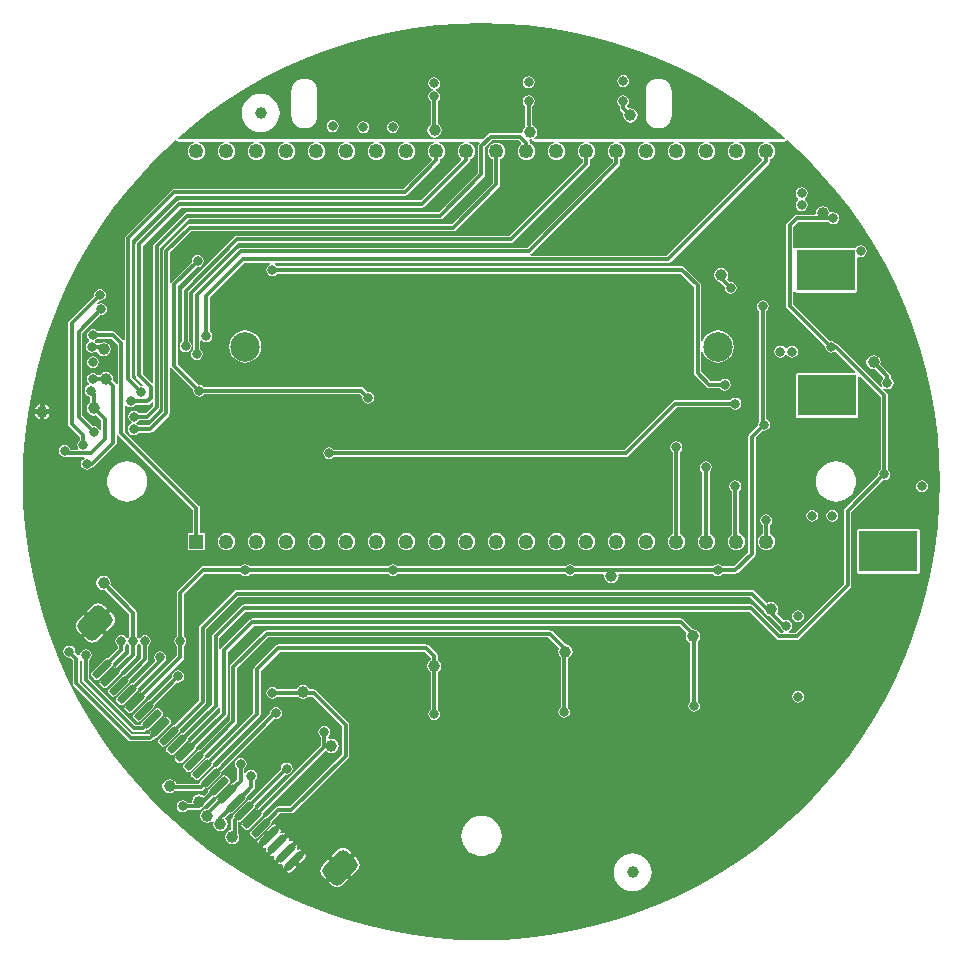
<source format=gbl>
G04*
G04 #@! TF.GenerationSoftware,Altium Limited,CircuitStudio,1.5.2 (30)*
G04*
G04 Layer_Physical_Order=4*
G04 Layer_Color=26367*
%FSLAX25Y25*%
%MOIN*%
G70*
G01*
G75*
%ADD26C,0.01181*%
%ADD31C,0.09843*%
%ADD32R,0.04921X0.04921*%
%ADD33C,0.04921*%
%ADD34C,0.03937*%
%ADD35C,0.03150*%
%ADD36C,0.02756*%
G04:AMPARAMS|DCode=37|XSize=82.68mil|YSize=110.24mil|CornerRadius=20.67mil|HoleSize=0mil|Usage=FLASHONLY|Rotation=315.000|XOffset=0mil|YOffset=0mil|HoleType=Round|Shape=RoundedRectangle|*
%AMROUNDEDRECTD37*
21,1,0.08268,0.06890,0,0,315.0*
21,1,0.04134,0.11024,0,0,315.0*
1,1,0.04134,-0.00974,-0.03897*
1,1,0.04134,-0.03897,-0.00974*
1,1,0.04134,0.00974,0.03897*
1,1,0.04134,0.03897,0.00974*
%
%ADD37ROUNDEDRECTD37*%
G04:AMPARAMS|DCode=38|XSize=23.62mil|YSize=74.8mil|CornerRadius=5.91mil|HoleSize=0mil|Usage=FLASHONLY|Rotation=135.000|XOffset=0mil|YOffset=0mil|HoleType=Round|Shape=RoundedRectangle|*
%AMROUNDEDRECTD38*
21,1,0.02362,0.06299,0,0,135.0*
21,1,0.01181,0.07480,0,0,135.0*
1,1,0.01181,0.01810,0.02645*
1,1,0.01181,0.02645,0.01810*
1,1,0.01181,-0.01810,-0.02645*
1,1,0.01181,-0.02645,-0.01810*
%
%ADD38ROUNDEDRECTD38*%
G04:AMPARAMS|DCode=39|XSize=255.9mil|YSize=255.9mil|CornerRadius=12.8mil|HoleSize=0mil|Usage=FLASHONLY|Rotation=180.000|XOffset=0mil|YOffset=0mil|HoleType=Round|Shape=RoundedRectangle|*
%AMROUNDEDRECTD39*
21,1,0.25590,0.23031,0,0,180.0*
21,1,0.23031,0.25590,0,0,180.0*
1,1,0.02559,-0.11516,0.11516*
1,1,0.02559,0.11516,0.11516*
1,1,0.02559,0.11516,-0.11516*
1,1,0.02559,-0.11516,-0.11516*
%
%ADD39ROUNDEDRECTD39*%
%ADD40R,0.19291X0.13386*%
G36*
X16833Y114116D02*
X16904Y113883D01*
X16923Y113848D01*
X16930Y113809D01*
X16996Y113710D01*
X17052Y113606D01*
X17082Y113581D01*
X17104Y113548D01*
X17202Y113482D01*
X17294Y113408D01*
X17332Y113396D01*
X17365Y113374D01*
X17480Y113351D01*
X17593Y113317D01*
X17633Y113321D01*
X17672Y113313D01*
X24183Y113312D01*
X24255Y112820D01*
X23561Y112533D01*
X22964Y112075D01*
X22507Y111479D01*
X22219Y110784D01*
X22121Y110039D01*
X22219Y109294D01*
X22507Y108600D01*
X22964Y108004D01*
X23561Y107546D01*
X24255Y107258D01*
X25000Y107160D01*
X25745Y107258D01*
X26439Y107546D01*
X27036Y108004D01*
X27493Y108600D01*
X27781Y109294D01*
X27879Y110039D01*
X27781Y110784D01*
X27493Y111479D01*
X27036Y112075D01*
X26439Y112533D01*
X25745Y112820D01*
X25818Y113312D01*
X34181Y113311D01*
X34255Y112820D01*
X33560Y112533D01*
X32964Y112075D01*
X32507Y111479D01*
X32219Y110784D01*
X32121Y110039D01*
X32219Y109294D01*
X32507Y108600D01*
X32964Y108004D01*
X33560Y107546D01*
X33796Y107449D01*
Y106365D01*
X9344Y81913D01*
X-81496D01*
X-81957Y81821D01*
X-82348Y81560D01*
X-82348Y81560D01*
X-99474Y64434D01*
X-99735Y64043D01*
X-99826Y63583D01*
X-99826Y63583D01*
Y46642D01*
X-100041Y46498D01*
X-100476Y45847D01*
X-100629Y45079D01*
X-100476Y44311D01*
X-100041Y43659D01*
X-99390Y43224D01*
X-98622Y43072D01*
X-97854Y43224D01*
X-97203Y43659D01*
X-96768Y44311D01*
X-96615Y45079D01*
X-96768Y45847D01*
X-97203Y46498D01*
X-97418Y46642D01*
Y63084D01*
X-80997Y79504D01*
X9843D01*
X9843Y79504D01*
X10303Y79596D01*
X10694Y79857D01*
X35851Y105015D01*
X36113Y105405D01*
X36204Y105866D01*
X36204Y105866D01*
Y107449D01*
X36439Y107546D01*
X37036Y108004D01*
X37493Y108600D01*
X37781Y109294D01*
X37879Y110039D01*
X37781Y110784D01*
X37493Y111479D01*
X37036Y112075D01*
X36439Y112533D01*
X35745Y112820D01*
X35820Y113311D01*
X44178Y113310D01*
X44255Y112820D01*
X43560Y112533D01*
X42964Y112075D01*
X42507Y111479D01*
X42219Y110784D01*
X42121Y110039D01*
X42219Y109294D01*
X42507Y108600D01*
X42964Y108004D01*
X43560Y107546D01*
X43796Y107449D01*
Y106522D01*
X15249Y77976D01*
X-80315D01*
X-80315Y77976D01*
X-80776Y77884D01*
X-81166Y77623D01*
X-95733Y63056D01*
X-95995Y62666D01*
X-96086Y62205D01*
X-96086Y62205D01*
Y44082D01*
X-96301Y43939D01*
X-96736Y43288D01*
X-96889Y42520D01*
X-96736Y41752D01*
X-96301Y41100D01*
X-95650Y40665D01*
X-94882Y40513D01*
X-94114Y40665D01*
X-93463Y41100D01*
X-93028Y41752D01*
X-92875Y42520D01*
X-93028Y43288D01*
X-93463Y43939D01*
X-93678Y44082D01*
Y46894D01*
X-93178Y47045D01*
X-93151Y47006D01*
X-92500Y46571D01*
X-91732Y46418D01*
X-90964Y46571D01*
X-90313Y47006D01*
X-89878Y47657D01*
X-89725Y48425D01*
X-89878Y49193D01*
X-90313Y49844D01*
X-90528Y49988D01*
Y61312D01*
X-79029Y72812D01*
X-70638D01*
X-70469Y72349D01*
X-70476Y72312D01*
X-71104Y71892D01*
X-71539Y71241D01*
X-71692Y70472D01*
X-71539Y69704D01*
X-71104Y69053D01*
X-70453Y68618D01*
X-69685Y68465D01*
X-68917Y68618D01*
X-68266Y69053D01*
X-68122Y69268D01*
X66430D01*
X70843Y64855D01*
Y36220D01*
X70843Y36220D01*
X70935Y35760D01*
X71196Y35369D01*
X75133Y31432D01*
X75133Y31432D01*
X75523Y31171D01*
X75984Y31079D01*
X79540D01*
X79683Y30864D01*
X80334Y30429D01*
X81102Y30276D01*
X81870Y30429D01*
X82522Y30864D01*
X82957Y31515D01*
X83109Y32283D01*
X82957Y33051D01*
X82522Y33703D01*
X81870Y34138D01*
X81102Y34291D01*
X80334Y34138D01*
X79683Y33703D01*
X79540Y33488D01*
X76483D01*
X73251Y36719D01*
Y43056D01*
X73751Y43155D01*
X74098Y42320D01*
X74950Y41209D01*
X76060Y40357D01*
X77353Y39822D01*
X78740Y39639D01*
X80128Y39822D01*
X81421Y40357D01*
X82531Y41209D01*
X83383Y42320D01*
X83918Y43613D01*
X84101Y45000D01*
X83918Y46387D01*
X83383Y47680D01*
X82531Y48791D01*
X81421Y49643D01*
X80128Y50178D01*
X78740Y50361D01*
X77353Y50178D01*
X76060Y49643D01*
X74950Y48791D01*
X74098Y47680D01*
X73751Y46845D01*
X73251Y46944D01*
Y65354D01*
X73160Y65815D01*
X72899Y66206D01*
X67781Y71324D01*
X67390Y71585D01*
X66929Y71677D01*
X66929Y71677D01*
X-68122D01*
X-68266Y71892D01*
X-68894Y72312D01*
X-68901Y72349D01*
X-68732Y72812D01*
X62205D01*
X62205Y72812D01*
X62666Y72903D01*
X63056Y73164D01*
X95851Y105959D01*
X95851Y105959D01*
X96113Y106350D01*
X96204Y106811D01*
X96204Y106811D01*
Y107449D01*
X96439Y107546D01*
X97036Y108004D01*
X97493Y108600D01*
X97781Y109294D01*
X97879Y110039D01*
X97781Y110784D01*
X97493Y111479D01*
X97036Y112075D01*
X96439Y112533D01*
X95745Y112820D01*
X95833Y113303D01*
X100944Y113302D01*
X100959Y113305D01*
X100974Y113303D01*
X101112Y113336D01*
X101252Y113363D01*
X101264Y113372D01*
X101279Y113375D01*
X101394Y113458D01*
X101512Y113537D01*
X101521Y113550D01*
X101533Y113559D01*
X101930Y113689D01*
X102088Y113694D01*
X102160Y113676D01*
X102648Y113255D01*
X108081Y108081D01*
X113255Y102648D01*
X118155Y96967D01*
X122771Y91053D01*
X127091Y84919D01*
X131104Y78581D01*
X134802Y72053D01*
X138175Y65352D01*
X141215Y58493D01*
X143915Y51494D01*
X146269Y44370D01*
X148270Y37140D01*
X149913Y29820D01*
X151196Y22428D01*
X152114Y14982D01*
X152666Y7500D01*
X152850Y0D01*
X152666Y-7500D01*
X152114Y-14982D01*
X151196Y-22428D01*
X149913Y-29820D01*
X148270Y-37140D01*
X146269Y-44370D01*
X143915Y-51494D01*
X141215Y-58493D01*
X138175Y-65352D01*
X134802Y-72053D01*
X131104Y-78581D01*
X127091Y-84919D01*
X122771Y-91053D01*
X118155Y-96967D01*
X113255Y-102648D01*
X108081Y-108081D01*
X102648Y-113255D01*
X96967Y-118155D01*
X91053Y-122771D01*
X84919Y-127091D01*
X78581Y-131104D01*
X72053Y-134802D01*
X65352Y-138175D01*
X58493Y-141215D01*
X51494Y-143915D01*
X44370Y-146269D01*
X37140Y-148270D01*
X29820Y-149913D01*
X22428Y-151196D01*
X14982Y-152114D01*
X7500Y-152666D01*
X0Y-152850D01*
X-7500Y-152666D01*
X-14982Y-152114D01*
X-22428Y-151196D01*
X-29820Y-149913D01*
X-37140Y-148270D01*
X-44370Y-146269D01*
X-51494Y-143915D01*
X-58493Y-141215D01*
X-65352Y-138175D01*
X-72053Y-134802D01*
X-78581Y-131104D01*
X-84919Y-127091D01*
X-91053Y-122771D01*
X-96967Y-118155D01*
X-102648Y-113255D01*
X-108081Y-108081D01*
X-113255Y-102648D01*
X-118155Y-96967D01*
X-122771Y-91053D01*
X-127091Y-84919D01*
X-131104Y-78581D01*
X-134802Y-72053D01*
X-138175Y-65352D01*
X-141215Y-58493D01*
X-143915Y-51494D01*
X-146269Y-44370D01*
X-148270Y-37140D01*
X-149913Y-29820D01*
X-151196Y-22428D01*
X-152114Y-14982D01*
X-152666Y-7500D01*
X-152850Y0D01*
X-152666Y7500D01*
X-152114Y14982D01*
X-151196Y22428D01*
X-149913Y29820D01*
X-148270Y37140D01*
X-146269Y44370D01*
X-143915Y51494D01*
X-141215Y58493D01*
X-138175Y65352D01*
X-134802Y72053D01*
X-131104Y78581D01*
X-127091Y84919D01*
X-122771Y91053D01*
X-118155Y96967D01*
X-113255Y102648D01*
X-108081Y108081D01*
X-102648Y113255D01*
X-102131Y113701D01*
X-102059Y113719D01*
X-101900Y113715D01*
X-101503Y113584D01*
X-101491Y113575D01*
X-101483Y113563D01*
X-101365Y113484D01*
X-101250Y113401D01*
X-101235Y113397D01*
X-101223Y113389D01*
X-101083Y113361D01*
X-100945Y113328D01*
X-100930Y113331D01*
X-100915Y113328D01*
X-95726Y113327D01*
X-95693Y112827D01*
X-95745Y112820D01*
X-96439Y112533D01*
X-97036Y112075D01*
X-97493Y111479D01*
X-97781Y110784D01*
X-97879Y110039D01*
X-97781Y109294D01*
X-97493Y108600D01*
X-97036Y108004D01*
X-96439Y107546D01*
X-95745Y107258D01*
X-95000Y107160D01*
X-94255Y107258D01*
X-93560Y107546D01*
X-92964Y108004D01*
X-92507Y108600D01*
X-92219Y109294D01*
X-92121Y110039D01*
X-92219Y110784D01*
X-92507Y111479D01*
X-92964Y112075D01*
X-93560Y112533D01*
X-94255Y112820D01*
X-94305Y112827D01*
X-94272Y113327D01*
X-85736Y113326D01*
X-85703Y112826D01*
X-85745Y112820D01*
X-86440Y112533D01*
X-87036Y112075D01*
X-87493Y111479D01*
X-87781Y110784D01*
X-87879Y110039D01*
X-87781Y109294D01*
X-87493Y108600D01*
X-87036Y108004D01*
X-86440Y107546D01*
X-85745Y107258D01*
X-85000Y107160D01*
X-84255Y107258D01*
X-83561Y107546D01*
X-82964Y108004D01*
X-82507Y108600D01*
X-82219Y109294D01*
X-82121Y110039D01*
X-82219Y110784D01*
X-82507Y111479D01*
X-82964Y112075D01*
X-83561Y112533D01*
X-84255Y112820D01*
X-84296Y112826D01*
X-84263Y113326D01*
X-75745Y113324D01*
X-75713Y112824D01*
X-75745Y112820D01*
X-76439Y112533D01*
X-77036Y112075D01*
X-77493Y111479D01*
X-77781Y110784D01*
X-77879Y110039D01*
X-77781Y109294D01*
X-77493Y108600D01*
X-77036Y108004D01*
X-76439Y107546D01*
X-75745Y107258D01*
X-75000Y107160D01*
X-74255Y107258D01*
X-73561Y107546D01*
X-72964Y108004D01*
X-72507Y108600D01*
X-72219Y109294D01*
X-72121Y110039D01*
X-72219Y110784D01*
X-72507Y111479D01*
X-72964Y112075D01*
X-73561Y112533D01*
X-74255Y112820D01*
X-74286Y112824D01*
X-74253Y113324D01*
X-65755Y113323D01*
X-65722Y112823D01*
X-65745Y112820D01*
X-66439Y112533D01*
X-67036Y112075D01*
X-67493Y111479D01*
X-67781Y110784D01*
X-67879Y110039D01*
X-67781Y109294D01*
X-67493Y108600D01*
X-67036Y108004D01*
X-66439Y107546D01*
X-65745Y107258D01*
X-65000Y107160D01*
X-64255Y107258D01*
X-63560Y107546D01*
X-62964Y108004D01*
X-62507Y108600D01*
X-62219Y109294D01*
X-62121Y110039D01*
X-62219Y110784D01*
X-62507Y111479D01*
X-62964Y112075D01*
X-63560Y112533D01*
X-64255Y112820D01*
X-64277Y112823D01*
X-64244Y113323D01*
X-55764Y113322D01*
X-55732Y112822D01*
X-55745Y112820D01*
X-56440Y112533D01*
X-57036Y112075D01*
X-57493Y111479D01*
X-57781Y110784D01*
X-57879Y110039D01*
X-57781Y109294D01*
X-57493Y108600D01*
X-57036Y108004D01*
X-56440Y107546D01*
X-55745Y107258D01*
X-55000Y107160D01*
X-54255Y107258D01*
X-53561Y107546D01*
X-52964Y108004D01*
X-52507Y108600D01*
X-52219Y109294D01*
X-52121Y110039D01*
X-52219Y110784D01*
X-52507Y111479D01*
X-52964Y112075D01*
X-53561Y112533D01*
X-54255Y112820D01*
X-54267Y112822D01*
X-54234Y113322D01*
X-45774Y113321D01*
X-45741Y112821D01*
X-45745Y112820D01*
X-46439Y112533D01*
X-47036Y112075D01*
X-47493Y111479D01*
X-47781Y110784D01*
X-47879Y110039D01*
X-47781Y109294D01*
X-47493Y108600D01*
X-47036Y108004D01*
X-46439Y107546D01*
X-45745Y107258D01*
X-45000Y107160D01*
X-44255Y107258D01*
X-43560Y107546D01*
X-42964Y108004D01*
X-42507Y108600D01*
X-42219Y109294D01*
X-42121Y110039D01*
X-42219Y110784D01*
X-42507Y111479D01*
X-42964Y112075D01*
X-43560Y112533D01*
X-44255Y112820D01*
X-44258Y112821D01*
X-44225Y113321D01*
X-35783Y113320D01*
X-35745Y112820D01*
X-36439Y112533D01*
X-37036Y112075D01*
X-37493Y111479D01*
X-37781Y110784D01*
X-37879Y110039D01*
X-37781Y109294D01*
X-37493Y108600D01*
X-37036Y108004D01*
X-36439Y107546D01*
X-35745Y107258D01*
X-35000Y107160D01*
X-34255Y107258D01*
X-33560Y107546D01*
X-32964Y108004D01*
X-32507Y108600D01*
X-32219Y109294D01*
X-32121Y110039D01*
X-32219Y110784D01*
X-32507Y111479D01*
X-32964Y112075D01*
X-33560Y112533D01*
X-34255Y112820D01*
X-34215Y113319D01*
X-25793Y113318D01*
X-25745Y112820D01*
X-26439Y112533D01*
X-27036Y112075D01*
X-27493Y111479D01*
X-27781Y110784D01*
X-27879Y110039D01*
X-27781Y109294D01*
X-27493Y108600D01*
X-27036Y108004D01*
X-26439Y107546D01*
X-25745Y107258D01*
X-25000Y107160D01*
X-24255Y107258D01*
X-23561Y107546D01*
X-22964Y108004D01*
X-22507Y108600D01*
X-22219Y109294D01*
X-22121Y110039D01*
X-22219Y110784D01*
X-22507Y111479D01*
X-22964Y112075D01*
X-23561Y112533D01*
X-24255Y112820D01*
X-24206Y113318D01*
X-15802Y113317D01*
X-15745Y112820D01*
X-16440Y112533D01*
X-17036Y112075D01*
X-17493Y111479D01*
X-17781Y110784D01*
X-17879Y110039D01*
X-17781Y109294D01*
X-17493Y108600D01*
X-17036Y108004D01*
X-16706Y107751D01*
X-16631Y107119D01*
X-26089Y97661D01*
X-102362D01*
X-102823Y97569D01*
X-103214Y97308D01*
X-118568Y81954D01*
X-118829Y81563D01*
X-118921Y81102D01*
X-118921Y81102D01*
Y47315D01*
X-119421Y47108D01*
X-121983Y49670D01*
X-122374Y49931D01*
X-122835Y50023D01*
X-122835Y50023D01*
X-127965D01*
X-128108Y50238D01*
X-128760Y50673D01*
X-129528Y50826D01*
X-130296Y50673D01*
X-130947Y50238D01*
X-131382Y49587D01*
X-131535Y48819D01*
X-131382Y48051D01*
X-130947Y47400D01*
X-130710Y47242D01*
X-130702Y47032D01*
X-130772Y46681D01*
X-131341Y46301D01*
X-131775Y45650D01*
X-131928Y44882D01*
X-131775Y44114D01*
X-131341Y43463D01*
X-130689Y43028D01*
X-129921Y42875D01*
X-129153Y43028D01*
X-128745Y43301D01*
X-128228Y43177D01*
X-128177Y43124D01*
X-127687Y42391D01*
X-126906Y41869D01*
X-125984Y41686D01*
X-125063Y41869D01*
X-124281Y42391D01*
X-123759Y43173D01*
X-123576Y44094D01*
X-123759Y45016D01*
X-124281Y45798D01*
X-125063Y46320D01*
X-125984Y46503D01*
X-126906Y46320D01*
X-127255Y46086D01*
X-128358D01*
X-128502Y46301D01*
X-128738Y46459D01*
X-128747Y46669D01*
X-128677Y47019D01*
X-128108Y47400D01*
X-127965Y47615D01*
X-123334D01*
X-121283Y45564D01*
Y32525D01*
X-121337Y32504D01*
X-121783Y32442D01*
X-121983Y32741D01*
X-121983Y32741D01*
X-122905Y33664D01*
X-122788Y34252D01*
X-122972Y35174D01*
X-123494Y35955D01*
X-124275Y36477D01*
X-125197Y36660D01*
X-126119Y36477D01*
X-126900Y35955D01*
X-127233Y35456D01*
X-127965D01*
X-128108Y35671D01*
X-128760Y36106D01*
X-129528Y36259D01*
X-130296Y36106D01*
X-130947Y35671D01*
X-131382Y35020D01*
X-131535Y34252D01*
X-131382Y33484D01*
X-130947Y32833D01*
X-130801Y32735D01*
X-130906Y32204D01*
X-131083Y32169D01*
X-131734Y31734D01*
X-132169Y31083D01*
X-132322Y30315D01*
X-132169Y29547D01*
X-131734Y28896D01*
X-131083Y28461D01*
X-130338Y28313D01*
Y26446D01*
X-130837Y26112D01*
X-131359Y25331D01*
X-131542Y24409D01*
X-131359Y23488D01*
X-130837Y22706D01*
X-130055Y22184D01*
X-129134Y22001D01*
X-128545Y22118D01*
X-126795Y20367D01*
Y17488D01*
X-127258Y17319D01*
X-127295Y17326D01*
X-127715Y17955D01*
X-128366Y18390D01*
X-129134Y18542D01*
X-129387Y18492D01*
X-133048Y22152D01*
Y49501D01*
X-127025Y55524D01*
X-126772Y55473D01*
X-126004Y55626D01*
X-125352Y56061D01*
X-124917Y56712D01*
X-124765Y57480D01*
X-124917Y58248D01*
X-125352Y58899D01*
X-126004Y59335D01*
X-126772Y59487D01*
X-127540Y59335D01*
X-127798Y59162D01*
X-128116Y59551D01*
X-127419Y60248D01*
X-127165Y60198D01*
X-126397Y60350D01*
X-125746Y60786D01*
X-125311Y61437D01*
X-125158Y62205D01*
X-125311Y62973D01*
X-125746Y63624D01*
X-126397Y64059D01*
X-127165Y64212D01*
X-127933Y64059D01*
X-128585Y63624D01*
X-129020Y62973D01*
X-129172Y62205D01*
X-129122Y61951D01*
X-137466Y53607D01*
X-137727Y53217D01*
X-137818Y52756D01*
X-137818Y52756D01*
Y19291D01*
X-137818Y19291D01*
X-137727Y18831D01*
X-137466Y18440D01*
X-133881Y14855D01*
Y13768D01*
X-134096Y13624D01*
X-134531Y12973D01*
X-134684Y12205D01*
X-134531Y11437D01*
X-134342Y11153D01*
X-134609Y10653D01*
X-137052D01*
X-137122Y11004D01*
X-137557Y11655D01*
X-138208Y12090D01*
X-138976Y12243D01*
X-139744Y12090D01*
X-140396Y11655D01*
X-140831Y11004D01*
X-140983Y10236D01*
X-140831Y9468D01*
X-140396Y8817D01*
X-139744Y8382D01*
X-138976Y8229D01*
X-138544Y8315D01*
X-138189Y8245D01*
X-132449D01*
X-132280Y7782D01*
X-132287Y7745D01*
X-132915Y7325D01*
X-133350Y6674D01*
X-133503Y5906D01*
X-133350Y5137D01*
X-132915Y4486D01*
X-132264Y4051D01*
X-131496Y3898D01*
X-130728Y4051D01*
X-130077Y4486D01*
X-129933Y4701D01*
X-129921D01*
X-129921Y4701D01*
X-129460Y4793D01*
X-129070Y5054D01*
X-121983Y12141D01*
X-121983Y12141D01*
X-121827Y12375D01*
X-121722Y12531D01*
X-121630Y12992D01*
Y15507D01*
X-121576Y15528D01*
X-121130Y15590D01*
X-120930Y15290D01*
X-96204Y-9436D01*
Y-17185D01*
X-97854D01*
Y-22894D01*
X-92146D01*
Y-17185D01*
X-93796D01*
Y-8937D01*
X-93887Y-8476D01*
X-93992Y-8320D01*
X-94148Y-8085D01*
X-94148Y-8085D01*
X-118875Y16641D01*
Y25240D01*
X-118375Y25392D01*
X-118348Y25352D01*
X-117697Y24917D01*
X-116929Y24765D01*
X-116161Y24917D01*
X-115510Y25352D01*
X-115366Y25567D01*
X-111417D01*
X-111417Y25567D01*
X-110957Y25659D01*
X-110566Y25920D01*
X-109934Y26552D01*
X-109472Y26361D01*
Y25302D01*
X-111916Y22858D01*
X-114185D01*
X-114329Y23073D01*
X-114980Y23508D01*
X-115748Y23661D01*
X-116516Y23508D01*
X-117167Y23073D01*
X-117602Y22422D01*
X-117755Y21654D01*
X-117602Y20886D01*
X-117167Y20234D01*
X-116659Y19895D01*
X-116713Y19374D01*
X-117364Y18939D01*
X-117799Y18288D01*
X-117952Y17520D01*
X-117799Y16752D01*
X-117364Y16101D01*
X-116713Y15665D01*
X-115945Y15513D01*
X-115177Y15665D01*
X-114526Y16101D01*
X-114382Y16316D01*
X-110433D01*
X-110433Y16315D01*
X-109972Y16407D01*
X-109581Y16668D01*
X-104267Y21983D01*
X-104006Y22374D01*
X-103914Y22835D01*
X-103914Y22835D01*
Y37947D01*
X-103860Y37969D01*
X-103414Y38031D01*
X-103214Y37731D01*
X-96051Y30569D01*
X-96102Y30315D01*
X-95949Y29547D01*
X-95514Y28896D01*
X-94863Y28461D01*
X-94095Y28308D01*
X-93326Y28461D01*
X-92675Y28896D01*
X-92532Y29111D01*
X-40656D01*
X-39752Y28206D01*
X-39802Y27953D01*
X-39650Y27185D01*
X-39215Y26534D01*
X-38563Y26098D01*
X-37795Y25946D01*
X-37027Y26098D01*
X-36376Y26534D01*
X-35941Y27185D01*
X-35788Y27953D01*
X-35941Y28721D01*
X-36376Y29372D01*
X-37027Y29807D01*
X-37795Y29960D01*
X-38049Y29909D01*
X-39306Y31166D01*
X-39697Y31427D01*
X-40157Y31519D01*
X-40157Y31519D01*
X-92532D01*
X-92675Y31734D01*
X-93326Y32169D01*
X-94095Y32322D01*
X-94348Y32272D01*
X-101158Y39081D01*
Y65249D01*
X-94840Y71567D01*
X-94587Y71517D01*
X-93818Y71669D01*
X-93167Y72104D01*
X-92732Y72756D01*
X-92580Y73524D01*
X-92732Y74292D01*
X-93167Y74943D01*
X-93818Y75378D01*
X-94587Y75531D01*
X-95355Y75378D01*
X-96006Y74943D01*
X-96441Y74292D01*
X-96594Y73524D01*
X-96543Y73270D01*
X-103214Y66600D01*
X-103414Y66300D01*
X-103860Y66362D01*
X-103914Y66383D01*
Y76273D01*
X-96745Y83441D01*
X-9449D01*
X-9449Y83441D01*
X-8988Y83533D01*
X-8597Y83794D01*
X5852Y98243D01*
X5852Y98243D01*
X6113Y98634D01*
X6204Y99094D01*
X6204Y99094D01*
Y107449D01*
X6440Y107546D01*
X7036Y108004D01*
X7493Y108600D01*
X7781Y109294D01*
X7879Y110039D01*
X7781Y110784D01*
X7493Y111479D01*
X7036Y112075D01*
X6440Y112533D01*
X5745Y112820D01*
X5000Y112918D01*
X4255Y112820D01*
X3560Y112533D01*
X2964Y112075D01*
X2507Y111479D01*
X2219Y110784D01*
X2121Y110039D01*
X2219Y109294D01*
X2507Y108600D01*
X2964Y108004D01*
X3560Y107546D01*
X3796Y107449D01*
Y99593D01*
X-9948Y85850D01*
X-97244D01*
X-97244Y85850D01*
X-97705Y85758D01*
X-98096Y85497D01*
X-98096Y85497D01*
X-105970Y77623D01*
X-106231Y77232D01*
X-106322Y76772D01*
X-106322Y76772D01*
Y23334D01*
X-110932Y18724D01*
X-114382D01*
X-114526Y18939D01*
X-115034Y19279D01*
X-114980Y19799D01*
X-114329Y20234D01*
X-114185Y20449D01*
X-111417D01*
X-111417Y20449D01*
X-110957Y20541D01*
X-110566Y20802D01*
X-107416Y23952D01*
X-107416Y23952D01*
X-107155Y24342D01*
X-107063Y24803D01*
X-107063Y24803D01*
Y77848D01*
X-97533Y87378D01*
X-13780D01*
X-13780Y87378D01*
X-13319Y87470D01*
X-12928Y87731D01*
X852Y101511D01*
X852Y101511D01*
X1008Y101745D01*
X1113Y101901D01*
X1204Y102362D01*
Y111312D01*
X3648Y113756D01*
X12493D01*
X13307Y112943D01*
X13249Y112294D01*
X12964Y112075D01*
X12507Y111479D01*
X12219Y110784D01*
X12121Y110039D01*
X12219Y109294D01*
X12507Y108600D01*
X12964Y108004D01*
X13561Y107546D01*
X14255Y107258D01*
X15000Y107160D01*
X15745Y107258D01*
X16440Y107546D01*
X17036Y108004D01*
X17493Y108600D01*
X17781Y109294D01*
X17879Y110039D01*
X17781Y110784D01*
X17493Y111479D01*
X17036Y112075D01*
X16440Y112533D01*
X16204Y112630D01*
Y112953D01*
X16204Y112953D01*
X16113Y113414D01*
X15977Y113616D01*
X16217Y114116D01*
X16833Y114116D01*
D02*
G37*
G36*
X7500Y152666D02*
X14982Y152114D01*
X22428Y151196D01*
X29820Y149913D01*
X37140Y148270D01*
X44370Y146269D01*
X51494Y143915D01*
X58493Y141215D01*
X65352Y138175D01*
X72053Y134802D01*
X78581Y131104D01*
X84919Y127091D01*
X91053Y122771D01*
X96967Y118155D01*
X101119Y114574D01*
X100944Y114105D01*
X17672Y114116D01*
X17520Y114616D01*
X17845Y114832D01*
X18367Y115614D01*
X18550Y116535D01*
X18367Y117457D01*
X17845Y118238D01*
X17063Y118761D01*
X17041Y118765D01*
X16952Y118898D01*
Y125209D01*
X17167Y125352D01*
X17602Y126004D01*
X17755Y126772D01*
X17602Y127540D01*
X17167Y128191D01*
X16516Y128626D01*
X15748Y128779D01*
X14980Y128626D01*
X14329Y128191D01*
X13894Y127540D01*
X13741Y126772D01*
X13894Y126004D01*
X14329Y125352D01*
X14544Y125209D01*
Y118898D01*
X14636Y118437D01*
X14666Y118391D01*
X14439Y118238D01*
X13917Y117457D01*
X13733Y116535D01*
X13744Y116480D01*
X13653Y116353D01*
X13310Y116102D01*
X12992Y116165D01*
X12992Y116165D01*
X3150D01*
X2689Y116073D01*
X2298Y115812D01*
X604Y114118D01*
X-100915Y114130D01*
X-101089Y114599D01*
X-96967Y118155D01*
X-91053Y122771D01*
X-84919Y127091D01*
X-78581Y131104D01*
X-72053Y134802D01*
X-65352Y138175D01*
X-58493Y141215D01*
X-51494Y143915D01*
X-44370Y146269D01*
X-37140Y148270D01*
X-29820Y149913D01*
X-22428Y151196D01*
X-14982Y152114D01*
X-7500Y152666D01*
X0Y152850D01*
X7500Y152666D01*
D02*
G37*
G36*
X-5811Y113316D02*
X-5745Y112820D01*
X-6440Y112533D01*
X-7036Y112075D01*
X-7493Y111479D01*
X-7781Y110784D01*
X-7879Y110039D01*
X-7781Y109294D01*
X-7493Y108600D01*
X-7036Y108004D01*
X-6796Y107819D01*
X-6752Y107156D01*
X-20184Y93724D01*
X-100787D01*
X-101248Y93632D01*
X-101639Y93371D01*
X-101639Y93371D01*
X-115025Y79985D01*
X-115286Y79595D01*
X-115377Y79134D01*
X-115377Y79134D01*
Y35433D01*
X-115377Y35433D01*
X-115286Y34972D01*
X-115025Y34582D01*
X-112756Y32313D01*
X-113002Y31852D01*
X-113386Y31928D01*
X-113639Y31878D01*
X-116512Y34751D01*
Y80603D01*
X-101863Y95252D01*
X-25591D01*
X-25591Y95252D01*
X-25130Y95344D01*
X-24739Y95605D01*
X-14149Y106196D01*
X-13887Y106586D01*
X-13796Y107047D01*
X-13796Y107047D01*
Y107449D01*
X-13561Y107546D01*
X-12964Y108004D01*
X-12507Y108600D01*
X-12219Y109294D01*
X-12121Y110039D01*
X-12219Y110784D01*
X-12507Y111479D01*
X-12964Y112075D01*
X-13561Y112533D01*
X-14255Y112820D01*
X-14196Y113317D01*
X-5811Y113316D01*
D02*
G37*
G36*
X54176Y113308D02*
X54255Y112820D01*
X53561Y112533D01*
X52964Y112075D01*
X52507Y111479D01*
X52219Y110784D01*
X52121Y110039D01*
X52219Y109294D01*
X52507Y108600D01*
X52964Y108004D01*
X53561Y107546D01*
X54255Y107258D01*
X55000Y107160D01*
X55745Y107258D01*
X56440Y107546D01*
X57036Y108004D01*
X57493Y108600D01*
X57781Y109294D01*
X57879Y110039D01*
X57781Y110784D01*
X57493Y111479D01*
X57036Y112075D01*
X56440Y112533D01*
X55745Y112820D01*
X55824Y113308D01*
X64174Y113307D01*
X64255Y112820D01*
X63560Y112533D01*
X62964Y112075D01*
X62507Y111479D01*
X62219Y110784D01*
X62121Y110039D01*
X62219Y109294D01*
X62507Y108600D01*
X62964Y108004D01*
X63560Y107546D01*
X64255Y107258D01*
X65000Y107160D01*
X65745Y107258D01*
X66439Y107546D01*
X67036Y108004D01*
X67493Y108600D01*
X67781Y109294D01*
X67879Y110039D01*
X67781Y110784D01*
X67493Y111479D01*
X67036Y112075D01*
X66439Y112533D01*
X65745Y112820D01*
X65826Y113307D01*
X74172Y113306D01*
X74255Y112820D01*
X73561Y112533D01*
X72964Y112075D01*
X72507Y111479D01*
X72219Y110784D01*
X72121Y110039D01*
X72219Y109294D01*
X72507Y108600D01*
X72964Y108004D01*
X73561Y107546D01*
X74255Y107258D01*
X75000Y107160D01*
X75745Y107258D01*
X76439Y107546D01*
X77036Y108004D01*
X77493Y108600D01*
X77781Y109294D01*
X77879Y110039D01*
X77781Y110784D01*
X77493Y111479D01*
X77036Y112075D01*
X76439Y112533D01*
X75745Y112820D01*
X75828Y113305D01*
X84170Y113304D01*
X84255Y112820D01*
X83561Y112533D01*
X82964Y112075D01*
X82507Y111479D01*
X82219Y110784D01*
X82121Y110039D01*
X82219Y109294D01*
X82507Y108600D01*
X82964Y108004D01*
X83561Y107546D01*
X84255Y107258D01*
X85000Y107160D01*
X85745Y107258D01*
X86440Y107546D01*
X87036Y108004D01*
X87493Y108600D01*
X87781Y109294D01*
X87879Y110039D01*
X87781Y110784D01*
X87493Y111479D01*
X87036Y112075D01*
X86440Y112533D01*
X85745Y112820D01*
X85831Y113304D01*
X94168Y113303D01*
X94255Y112820D01*
X93560Y112533D01*
X92964Y112075D01*
X92507Y111479D01*
X92219Y110784D01*
X92121Y110039D01*
X92219Y109294D01*
X92507Y108600D01*
X92964Y108004D01*
X93427Y107648D01*
X93527Y107195D01*
X93511Y107025D01*
X61706Y75220D01*
X16383D01*
X16362Y75274D01*
X16300Y75720D01*
X16600Y75920D01*
X45851Y105172D01*
X45851Y105172D01*
X46113Y105563D01*
X46204Y106024D01*
Y107449D01*
X46439Y107546D01*
X47036Y108004D01*
X47493Y108600D01*
X47781Y109294D01*
X47879Y110039D01*
X47781Y110784D01*
X47493Y111479D01*
X47036Y112075D01*
X46439Y112533D01*
X45745Y112820D01*
X45822Y113309D01*
X54176Y113308D01*
D02*
G37*
G36*
X-852Y113315D02*
X-661Y112853D01*
X-852Y112663D01*
X-1113Y112272D01*
X-1204Y111811D01*
X-1204Y111811D01*
Y102861D01*
X-14278Y89787D01*
X-98031D01*
X-98032Y89787D01*
X-98492Y89695D01*
X-98883Y89434D01*
X-98883Y89434D01*
X-109119Y79198D01*
X-109380Y78807D01*
X-109472Y78347D01*
X-109472Y78346D01*
Y33088D01*
X-109934Y32897D01*
X-112969Y35932D01*
Y78635D01*
X-100289Y91315D01*
X-19685D01*
X-19685Y91315D01*
X-19224Y91407D01*
X-18834Y91668D01*
X-4149Y106353D01*
X-4149Y106353D01*
X-3887Y106744D01*
X-3796Y107205D01*
Y107449D01*
X-3560Y107546D01*
X-2964Y108004D01*
X-2507Y108600D01*
X-2219Y109294D01*
X-2121Y110039D01*
X-2219Y110784D01*
X-2507Y111479D01*
X-2964Y112075D01*
X-3560Y112533D01*
X-4255Y112820D01*
X-4189Y113316D01*
X-852Y113315D01*
D02*
G37*
%LPC*%
G36*
X-125984Y-31450D02*
X-126906Y-31633D01*
X-127687Y-32155D01*
X-128209Y-32937D01*
X-128393Y-33858D01*
X-128209Y-34780D01*
X-127687Y-35561D01*
X-126906Y-36083D01*
X-125984Y-36267D01*
X-125396Y-36150D01*
X-117346Y-44200D01*
Y-51587D01*
X-117561Y-51730D01*
X-117810Y-52103D01*
X-118411D01*
X-118659Y-51730D01*
X-119311Y-51295D01*
X-120079Y-51143D01*
X-120847Y-51295D01*
X-121498Y-51730D01*
X-121933Y-52381D01*
X-122086Y-53150D01*
X-121933Y-53918D01*
X-121498Y-54569D01*
X-121283Y-54712D01*
Y-55551D01*
X-124580Y-58848D01*
X-124693Y-58825D01*
X-125077Y-58902D01*
X-125403Y-59119D01*
X-129857Y-63573D01*
X-130075Y-63899D01*
X-130151Y-64283D01*
X-130075Y-64667D01*
X-129857Y-64993D01*
X-129022Y-65828D01*
X-128696Y-66045D01*
X-128312Y-66122D01*
X-127928Y-66045D01*
X-127603Y-65828D01*
X-123149Y-61374D01*
X-122931Y-61048D01*
X-122855Y-60664D01*
X-122877Y-60551D01*
X-119227Y-56901D01*
X-118966Y-56510D01*
X-118875Y-56049D01*
Y-54712D01*
X-118659Y-54569D01*
X-118411Y-54197D01*
X-117810D01*
X-117561Y-54569D01*
X-117346Y-54712D01*
Y-57181D01*
X-121796Y-61632D01*
X-121909Y-61609D01*
X-122293Y-61686D01*
X-122619Y-61903D01*
X-127073Y-66357D01*
X-127291Y-66683D01*
X-127367Y-67067D01*
X-127291Y-67451D01*
X-127073Y-67777D01*
X-126238Y-68612D01*
X-125912Y-68829D01*
X-125529Y-68906D01*
X-125145Y-68829D01*
X-124819Y-68612D01*
X-120365Y-64157D01*
X-120147Y-63832D01*
X-120071Y-63448D01*
X-120093Y-63335D01*
X-115290Y-58532D01*
X-115029Y-58141D01*
X-114937Y-57680D01*
X-114937Y-57680D01*
Y-54712D01*
X-114723Y-54569D01*
X-114474Y-54197D01*
X-113873D01*
X-113624Y-54569D01*
X-113409Y-54712D01*
Y-58812D01*
X-119012Y-64416D01*
X-119126Y-64393D01*
X-119510Y-64469D01*
X-119835Y-64687D01*
X-124289Y-69141D01*
X-124507Y-69467D01*
X-124583Y-69851D01*
X-124507Y-70235D01*
X-124289Y-70560D01*
X-123454Y-71396D01*
X-123129Y-71613D01*
X-122745Y-71689D01*
X-122361Y-71613D01*
X-122035Y-71396D01*
X-117581Y-66941D01*
X-117363Y-66616D01*
X-117287Y-66232D01*
X-117309Y-66119D01*
X-111353Y-60163D01*
X-111353Y-60163D01*
X-111092Y-59772D01*
X-111001Y-59311D01*
X-111001Y-59311D01*
Y-54712D01*
X-110785Y-54569D01*
X-110350Y-53918D01*
X-110198Y-53150D01*
X-110350Y-52381D01*
X-110785Y-51730D01*
X-111437Y-51295D01*
X-112205Y-51143D01*
X-112973Y-51295D01*
X-113624Y-51730D01*
X-113873Y-52103D01*
X-114474D01*
X-114723Y-51730D01*
X-114937Y-51587D01*
Y-43701D01*
X-114937Y-43701D01*
X-115029Y-43240D01*
X-115290Y-42849D01*
X-115290Y-42849D01*
X-123693Y-34447D01*
X-123576Y-33858D01*
X-123759Y-32937D01*
X-124281Y-32155D01*
X-125063Y-31633D01*
X-125984Y-31450D01*
D02*
G37*
G36*
X-128730Y-48276D02*
X-132504Y-52050D01*
X-131600Y-52955D01*
X-131044Y-53381D01*
X-130398Y-53649D01*
X-129704Y-53740D01*
X-129011Y-53649D01*
X-128364Y-53381D01*
X-127809Y-52955D01*
X-125930Y-51076D01*
X-128730Y-48276D01*
D02*
G37*
G36*
X-132644Y-44362D02*
X-134523Y-46241D01*
X-134949Y-46796D01*
X-135216Y-47443D01*
X-135308Y-48136D01*
X-135216Y-48830D01*
X-134949Y-49477D01*
X-134523Y-50032D01*
X-133618Y-50937D01*
X-129843Y-47162D01*
X-132644Y-44362D01*
D02*
G37*
G36*
X-25000Y-17160D02*
X-25745Y-17258D01*
X-26439Y-17546D01*
X-27036Y-18004D01*
X-27493Y-18600D01*
X-27781Y-19294D01*
X-27879Y-20039D01*
X-27781Y-20785D01*
X-27493Y-21479D01*
X-27036Y-22075D01*
X-26439Y-22533D01*
X-25745Y-22820D01*
X-25000Y-22918D01*
X-24255Y-22820D01*
X-23561Y-22533D01*
X-22964Y-22075D01*
X-22507Y-21479D01*
X-22219Y-20785D01*
X-22121Y-20039D01*
X-22219Y-19294D01*
X-22507Y-18600D01*
X-22964Y-18004D01*
X-23561Y-17546D01*
X-24255Y-17258D01*
X-25000Y-17160D01*
D02*
G37*
G36*
X-18504Y-54308D02*
X-18504Y-54308D01*
X-67716D01*
X-67716Y-54308D01*
X-68177Y-54399D01*
X-68568Y-54660D01*
X-75655Y-61747D01*
X-75916Y-62138D01*
X-76007Y-62598D01*
X-76007Y-62599D01*
Y-77088D01*
X-91174Y-92254D01*
X-91287Y-92232D01*
X-91671Y-92308D01*
X-91996Y-92526D01*
X-96451Y-96980D01*
X-96668Y-97306D01*
X-96745Y-97690D01*
X-96668Y-98074D01*
X-96451Y-98399D01*
X-95615Y-99234D01*
X-95290Y-99452D01*
X-94906Y-99528D01*
X-94522Y-99452D01*
X-94196Y-99234D01*
X-89742Y-94780D01*
X-89524Y-94455D01*
X-89448Y-94071D01*
X-89470Y-93958D01*
X-73952Y-78439D01*
X-73691Y-78048D01*
X-73599Y-77587D01*
X-73599Y-77587D01*
Y-63097D01*
X-67218Y-56716D01*
X-19003D01*
X-16952Y-58767D01*
Y-59381D01*
X-17451Y-59714D01*
X-17973Y-60496D01*
X-18157Y-61417D01*
X-17973Y-62339D01*
X-17451Y-63120D01*
X-16952Y-63454D01*
Y-75996D01*
X-17167Y-76140D01*
X-17602Y-76791D01*
X-17755Y-77559D01*
X-17602Y-78327D01*
X-17167Y-78978D01*
X-16516Y-79413D01*
X-15748Y-79566D01*
X-14980Y-79413D01*
X-14329Y-78978D01*
X-13894Y-78327D01*
X-13741Y-77559D01*
X-13894Y-76791D01*
X-14329Y-76140D01*
X-14544Y-75996D01*
Y-63454D01*
X-14045Y-63120D01*
X-13523Y-62339D01*
X-13340Y-61417D01*
X-13523Y-60496D01*
X-14045Y-59714D01*
X-14544Y-59381D01*
Y-58268D01*
X-14544Y-58268D01*
X-14636Y-57807D01*
X-14897Y-57416D01*
X-14897Y-57416D01*
X-17652Y-54660D01*
X-18043Y-54399D01*
X-18504Y-54308D01*
D02*
G37*
G36*
X-59449Y-67670D02*
X-60370Y-67854D01*
X-61152Y-68376D01*
X-61674Y-69157D01*
X-61696Y-69268D01*
X-68122D01*
X-68266Y-69053D01*
X-68917Y-68618D01*
X-69685Y-68465D01*
X-70453Y-68618D01*
X-71104Y-69053D01*
X-71539Y-69704D01*
X-71692Y-70472D01*
X-71539Y-71241D01*
X-71104Y-71892D01*
X-70453Y-72327D01*
X-69685Y-72479D01*
X-68917Y-72327D01*
X-68266Y-71892D01*
X-68122Y-71677D01*
X-61222D01*
X-61152Y-71782D01*
X-60370Y-72304D01*
X-59449Y-72487D01*
X-58527Y-72304D01*
X-57746Y-71782D01*
X-57675Y-71677D01*
X-56404D01*
X-46480Y-81601D01*
Y-90840D01*
X-63885Y-108245D01*
X-67690D01*
X-67690Y-108245D01*
X-68151Y-108336D01*
X-68542Y-108597D01*
X-68542Y-108597D01*
X-71686Y-111742D01*
X-71799Y-111719D01*
X-72184Y-111795D01*
X-72509Y-112013D01*
X-76963Y-116467D01*
X-77181Y-116793D01*
X-77257Y-117177D01*
X-77181Y-117561D01*
X-76963Y-117886D01*
X-76128Y-118722D01*
X-75803Y-118939D01*
X-75419Y-119016D01*
X-75034Y-118939D01*
X-74709Y-118722D01*
X-70255Y-114267D01*
X-70037Y-113942D01*
X-69961Y-113558D01*
X-69983Y-113445D01*
X-67192Y-110653D01*
X-63386D01*
X-63386Y-110653D01*
X-62925Y-110561D01*
X-62534Y-110300D01*
X-44424Y-92190D01*
X-44424Y-92190D01*
X-44163Y-91799D01*
X-44071Y-91339D01*
X-44071Y-91338D01*
Y-81102D01*
X-44071Y-81102D01*
X-44163Y-80642D01*
X-44424Y-80251D01*
X-44424Y-80251D01*
X-55054Y-69621D01*
X-55445Y-69360D01*
X-55905Y-69268D01*
X-55906Y-69268D01*
X-57202D01*
X-57224Y-69157D01*
X-57746Y-68376D01*
X-58527Y-67854D01*
X-59449Y-67670D01*
D02*
G37*
G36*
X105531Y-69666D02*
X104763Y-69819D01*
X104112Y-70254D01*
X103677Y-70905D01*
X103524Y-71673D01*
X103677Y-72441D01*
X104112Y-73092D01*
X104763Y-73527D01*
X105531Y-73680D01*
X106299Y-73527D01*
X106950Y-73092D01*
X107385Y-72441D01*
X107538Y-71673D01*
X107385Y-70905D01*
X106950Y-70254D01*
X106299Y-69819D01*
X105531Y-69666D01*
D02*
G37*
G36*
X-101181Y-62984D02*
X-101949Y-63136D01*
X-102600Y-63571D01*
X-103035Y-64223D01*
X-103188Y-64991D01*
X-103138Y-65244D01*
X-110661Y-72767D01*
X-110774Y-72745D01*
X-111158Y-72821D01*
X-111484Y-73039D01*
X-115938Y-77493D01*
X-116155Y-77818D01*
X-116232Y-78202D01*
X-116155Y-78587D01*
X-115938Y-78912D01*
X-115103Y-79747D01*
X-114777Y-79965D01*
X-114393Y-80041D01*
X-114009Y-79965D01*
X-113683Y-79747D01*
X-109229Y-75293D01*
X-109012Y-74967D01*
X-108935Y-74583D01*
X-108958Y-74470D01*
X-101435Y-66947D01*
X-101181Y-66998D01*
X-100413Y-66845D01*
X-99762Y-66410D01*
X-99327Y-65759D01*
X-99174Y-64991D01*
X-99327Y-64223D01*
X-99762Y-63571D01*
X-100413Y-63136D01*
X-101181Y-62984D01*
D02*
G37*
G36*
X-107087Y-56654D02*
X-107855Y-56807D01*
X-108506Y-57242D01*
X-108941Y-57893D01*
X-109094Y-58661D01*
X-108941Y-59430D01*
X-108748Y-59719D01*
X-116229Y-67199D01*
X-116342Y-67177D01*
X-116726Y-67253D01*
X-117051Y-67471D01*
X-121505Y-71925D01*
X-121723Y-72251D01*
X-121799Y-72635D01*
X-121723Y-73019D01*
X-121505Y-73344D01*
X-120670Y-74180D01*
X-120345Y-74397D01*
X-119961Y-74473D01*
X-119577Y-74397D01*
X-119251Y-74180D01*
X-114797Y-69725D01*
X-114579Y-69400D01*
X-114503Y-69016D01*
X-114525Y-68902D01*
X-106235Y-60612D01*
X-106235Y-60612D01*
X-106051Y-60337D01*
X-105667Y-60081D01*
X-105232Y-59430D01*
X-105079Y-58661D01*
X-105232Y-57893D01*
X-105667Y-57242D01*
X-106318Y-56807D01*
X-107087Y-56654D01*
D02*
G37*
G36*
X-123842Y-43388D02*
X-127616Y-47162D01*
X-124816Y-49962D01*
X-122937Y-48083D01*
X-122511Y-47528D01*
X-122243Y-46881D01*
X-122152Y-46188D01*
X-122243Y-45494D01*
X-122511Y-44848D01*
X-122937Y-44293D01*
X-123842Y-43388D01*
D02*
G37*
G36*
X145276Y-15733D02*
X125984D01*
X125677Y-15794D01*
X125417Y-15968D01*
X125242Y-16228D01*
X125181Y-16535D01*
Y-29921D01*
X125242Y-30228D01*
X125417Y-30489D01*
X125677Y-30663D01*
X125984Y-30724D01*
X145276D01*
X145583Y-30663D01*
X145843Y-30489D01*
X146017Y-30228D01*
X146078Y-29921D01*
Y-16535D01*
X146017Y-16228D01*
X145843Y-15968D01*
X145583Y-15794D01*
X145276Y-15733D01*
D02*
G37*
G36*
X-127756Y-40584D02*
X-128449Y-40676D01*
X-129096Y-40943D01*
X-129651Y-41369D01*
X-131530Y-43249D01*
X-128730Y-46049D01*
X-124955Y-42274D01*
X-125860Y-41369D01*
X-126415Y-40943D01*
X-127062Y-40676D01*
X-127756Y-40584D01*
D02*
G37*
G36*
X-75000Y-17160D02*
X-75745Y-17258D01*
X-76439Y-17546D01*
X-77036Y-18004D01*
X-77493Y-18600D01*
X-77781Y-19294D01*
X-77879Y-20039D01*
X-77781Y-20785D01*
X-77493Y-21479D01*
X-77036Y-22075D01*
X-76439Y-22533D01*
X-75745Y-22820D01*
X-75000Y-22918D01*
X-74255Y-22820D01*
X-73561Y-22533D01*
X-72964Y-22075D01*
X-72507Y-21479D01*
X-72219Y-20785D01*
X-72121Y-20039D01*
X-72219Y-19294D01*
X-72507Y-18600D01*
X-72964Y-18004D01*
X-73561Y-17546D01*
X-74255Y-17258D01*
X-75000Y-17160D01*
D02*
G37*
G36*
X-85000D02*
X-85745Y-17258D01*
X-86440Y-17546D01*
X-87036Y-18004D01*
X-87493Y-18600D01*
X-87781Y-19294D01*
X-87879Y-20039D01*
X-87781Y-20785D01*
X-87493Y-21479D01*
X-87036Y-22075D01*
X-86440Y-22533D01*
X-85745Y-22820D01*
X-85000Y-22918D01*
X-84255Y-22820D01*
X-83561Y-22533D01*
X-82964Y-22075D01*
X-82507Y-21479D01*
X-82219Y-20785D01*
X-82121Y-20039D01*
X-82219Y-19294D01*
X-82507Y-18600D01*
X-82964Y-18004D01*
X-83561Y-17546D01*
X-84255Y-17258D01*
X-85000Y-17160D01*
D02*
G37*
G36*
X105512Y-42875D02*
X104744Y-43028D01*
X104093Y-43463D01*
X103657Y-44114D01*
X103505Y-44882D01*
X103657Y-45650D01*
X104093Y-46301D01*
X104744Y-46736D01*
X105512Y-46889D01*
X106280Y-46736D01*
X106931Y-46301D01*
X107366Y-45650D01*
X107519Y-44882D01*
X107366Y-44114D01*
X106931Y-43463D01*
X106280Y-43028D01*
X105512Y-42875D01*
D02*
G37*
G36*
X-45000Y-17160D02*
X-45745Y-17258D01*
X-46439Y-17546D01*
X-47036Y-18004D01*
X-47493Y-18600D01*
X-47781Y-19294D01*
X-47879Y-20039D01*
X-47781Y-20785D01*
X-47493Y-21479D01*
X-47036Y-22075D01*
X-46439Y-22533D01*
X-45745Y-22820D01*
X-45000Y-22918D01*
X-44255Y-22820D01*
X-43560Y-22533D01*
X-42964Y-22075D01*
X-42507Y-21479D01*
X-42219Y-20785D01*
X-42121Y-20039D01*
X-42219Y-19294D01*
X-42507Y-18600D01*
X-42964Y-18004D01*
X-43560Y-17546D01*
X-44255Y-17258D01*
X-45000Y-17160D01*
D02*
G37*
G36*
X-35000D02*
X-35745Y-17258D01*
X-36439Y-17546D01*
X-37036Y-18004D01*
X-37493Y-18600D01*
X-37781Y-19294D01*
X-37879Y-20039D01*
X-37781Y-20785D01*
X-37493Y-21479D01*
X-37036Y-22075D01*
X-36439Y-22533D01*
X-35745Y-22820D01*
X-35000Y-22918D01*
X-34255Y-22820D01*
X-33560Y-22533D01*
X-32964Y-22075D01*
X-32507Y-21479D01*
X-32219Y-20785D01*
X-32121Y-20039D01*
X-32219Y-19294D01*
X-32507Y-18600D01*
X-32964Y-18004D01*
X-33560Y-17546D01*
X-34255Y-17258D01*
X-35000Y-17160D01*
D02*
G37*
G36*
X-65000D02*
X-65745Y-17258D01*
X-66439Y-17546D01*
X-67036Y-18004D01*
X-67493Y-18600D01*
X-67781Y-19294D01*
X-67879Y-20039D01*
X-67781Y-20785D01*
X-67493Y-21479D01*
X-67036Y-22075D01*
X-66439Y-22533D01*
X-65745Y-22820D01*
X-65000Y-22918D01*
X-64255Y-22820D01*
X-63560Y-22533D01*
X-62964Y-22075D01*
X-62507Y-21479D01*
X-62219Y-20785D01*
X-62121Y-20039D01*
X-62219Y-19294D01*
X-62507Y-18600D01*
X-62964Y-18004D01*
X-63560Y-17546D01*
X-64255Y-17258D01*
X-65000Y-17160D01*
D02*
G37*
G36*
X-55000D02*
X-55745Y-17258D01*
X-56440Y-17546D01*
X-57036Y-18004D01*
X-57493Y-18600D01*
X-57781Y-19294D01*
X-57879Y-20039D01*
X-57781Y-20785D01*
X-57493Y-21479D01*
X-57036Y-22075D01*
X-56440Y-22533D01*
X-55745Y-22820D01*
X-55000Y-22918D01*
X-54255Y-22820D01*
X-53561Y-22533D01*
X-52964Y-22075D01*
X-52507Y-21479D01*
X-52219Y-20785D01*
X-52121Y-20039D01*
X-52219Y-19294D01*
X-52507Y-18600D01*
X-52964Y-18004D01*
X-53561Y-17546D01*
X-54255Y-17258D01*
X-55000Y-17160D01*
D02*
G37*
G36*
X22835Y-49583D02*
X22835Y-49583D01*
X-71653D01*
X-72114Y-49675D01*
X-72505Y-49936D01*
X-72505Y-49936D01*
X-83529Y-60960D01*
X-83790Y-61350D01*
X-83881Y-61811D01*
X-83881Y-61811D01*
Y-79395D01*
X-93958Y-89470D01*
X-94071Y-89448D01*
X-94455Y-89524D01*
X-94780Y-89742D01*
X-99234Y-94196D01*
X-99452Y-94522D01*
X-99528Y-94906D01*
X-99452Y-95290D01*
X-99234Y-95615D01*
X-98399Y-96451D01*
X-98074Y-96668D01*
X-97690Y-96745D01*
X-97306Y-96668D01*
X-96980Y-96451D01*
X-92526Y-91996D01*
X-92308Y-91671D01*
X-92232Y-91287D01*
X-92254Y-91174D01*
X-81826Y-80745D01*
X-81826Y-80745D01*
X-81565Y-80354D01*
X-81473Y-79893D01*
X-81473Y-79893D01*
Y-62310D01*
X-71155Y-51992D01*
X22336D01*
X25883Y-55539D01*
X25728Y-55771D01*
X25544Y-56693D01*
X25728Y-57615D01*
X26250Y-58396D01*
X26355Y-58466D01*
Y-75209D01*
X26140Y-75352D01*
X25705Y-76004D01*
X25552Y-76772D01*
X25705Y-77540D01*
X26140Y-78191D01*
X26791Y-78626D01*
X27559Y-78779D01*
X28327Y-78626D01*
X28978Y-78191D01*
X29413Y-77540D01*
X29566Y-76772D01*
X29413Y-76004D01*
X28978Y-75352D01*
X28763Y-75209D01*
Y-58940D01*
X28874Y-58918D01*
X29656Y-58396D01*
X30178Y-57615D01*
X30361Y-56693D01*
X30178Y-55771D01*
X29656Y-54990D01*
X28874Y-54468D01*
X28055Y-54305D01*
X23686Y-49936D01*
X23295Y-49675D01*
X22835Y-49583D01*
D02*
G37*
G36*
X-46188Y-122152D02*
X-46881Y-122243D01*
X-47528Y-122511D01*
X-48083Y-122937D01*
X-49962Y-124816D01*
X-47162Y-127616D01*
X-43388Y-123842D01*
X-44293Y-122937D01*
X-44848Y-122511D01*
X-45494Y-122243D01*
X-46188Y-122152D01*
D02*
G37*
G36*
X-61650Y-121225D02*
X-64701Y-124276D01*
X-67752Y-127327D01*
X-67528Y-127476D01*
X-67067Y-127568D01*
X-66606Y-127476D01*
X-66561Y-127446D01*
X-66201Y-127807D01*
X-66231Y-127851D01*
X-66322Y-128312D01*
X-66231Y-128773D01*
X-66081Y-128997D01*
X-63030Y-125946D01*
X-59979Y-122895D01*
X-60203Y-122746D01*
X-60664Y-122654D01*
X-61125Y-122746D01*
X-61169Y-122775D01*
X-61530Y-122415D01*
X-61500Y-122370D01*
X-61409Y-121909D01*
X-61500Y-121449D01*
X-61650Y-121225D01*
D02*
G37*
G36*
X-64434Y-118441D02*
X-67484Y-121492D01*
X-70535Y-124543D01*
X-70312Y-124692D01*
X-69851Y-124784D01*
X-69390Y-124692D01*
X-69345Y-124662D01*
X-68985Y-125023D01*
X-69015Y-125068D01*
X-69106Y-125529D01*
X-69015Y-125989D01*
X-68865Y-126213D01*
X-65814Y-123162D01*
X-62763Y-120111D01*
X-62987Y-119962D01*
X-63448Y-119870D01*
X-63909Y-119962D01*
X-63953Y-119992D01*
X-64314Y-119631D01*
X-64284Y-119586D01*
X-64192Y-119126D01*
X-64284Y-118665D01*
X-64434Y-118441D01*
D02*
G37*
G36*
X-58866Y-124009D02*
X-61360Y-126503D01*
X-60648Y-127215D01*
X-58977Y-125545D01*
X-58716Y-125154D01*
X-58625Y-124693D01*
X-58716Y-124232D01*
X-58866Y-124009D01*
D02*
G37*
G36*
X-62473Y-127616D02*
X-64968Y-130111D01*
X-64744Y-130260D01*
X-64283Y-130352D01*
X-63822Y-130260D01*
X-63432Y-129999D01*
X-61761Y-128329D01*
X-62473Y-127616D01*
D02*
G37*
G36*
X-47162Y-129843D02*
X-50937Y-133618D01*
X-50032Y-134523D01*
X-49477Y-134949D01*
X-48830Y-135216D01*
X-48136Y-135308D01*
X-47443Y-135216D01*
X-46796Y-134949D01*
X-46241Y-134523D01*
X-44362Y-132644D01*
X-47162Y-129843D01*
D02*
G37*
G36*
X50394Y-123985D02*
X49159Y-124107D01*
X47971Y-124467D01*
X46877Y-125052D01*
X45918Y-125839D01*
X45131Y-126798D01*
X44546Y-127893D01*
X44186Y-129080D01*
X44064Y-130315D01*
X44186Y-131550D01*
X44546Y-132737D01*
X45131Y-133832D01*
X45918Y-134791D01*
X46877Y-135578D01*
X47971Y-136163D01*
X49159Y-136523D01*
X50394Y-136645D01*
X51629Y-136523D01*
X52816Y-136163D01*
X53910Y-135578D01*
X54870Y-134791D01*
X55657Y-133832D01*
X56242Y-132737D01*
X56602Y-131550D01*
X56723Y-130315D01*
X56602Y-129080D01*
X56242Y-127893D01*
X55657Y-126798D01*
X54870Y-125839D01*
X53910Y-125052D01*
X52816Y-124467D01*
X51629Y-124107D01*
X50394Y-123985D01*
D02*
G37*
G36*
X-42274Y-124955D02*
X-46049Y-128730D01*
X-43249Y-131530D01*
X-41369Y-129651D01*
X-40943Y-129096D01*
X-40676Y-128449D01*
X-40584Y-127756D01*
X-40676Y-127062D01*
X-40943Y-126415D01*
X-41369Y-125860D01*
X-42274Y-124955D01*
D02*
G37*
G36*
X-51076Y-125930D02*
X-52955Y-127809D01*
X-53381Y-128364D01*
X-53649Y-129011D01*
X-53740Y-129704D01*
X-53649Y-130398D01*
X-53381Y-131044D01*
X-52955Y-131600D01*
X-52050Y-132504D01*
X-48276Y-128730D01*
X-51076Y-125930D01*
D02*
G37*
G36*
X0Y-111385D02*
X-1312Y-111514D01*
X-2574Y-111897D01*
X-3736Y-112518D01*
X-4755Y-113355D01*
X-5592Y-114374D01*
X-6213Y-115537D01*
X-6596Y-116798D01*
X-6725Y-118110D01*
X-6596Y-119422D01*
X-6213Y-120684D01*
X-5592Y-121847D01*
X-4755Y-122866D01*
X-3736Y-123702D01*
X-2574Y-124324D01*
X-1312Y-124706D01*
X0Y-124836D01*
X1312Y-124706D01*
X2574Y-124324D01*
X3736Y-123702D01*
X4755Y-122866D01*
X5592Y-121847D01*
X6213Y-120684D01*
X6596Y-119422D01*
X6725Y-118110D01*
X6596Y-116798D01*
X6213Y-115537D01*
X5592Y-114374D01*
X4755Y-113355D01*
X3736Y-112518D01*
X2574Y-111897D01*
X1312Y-111514D01*
X0Y-111385D01*
D02*
G37*
G36*
X-52362Y-81458D02*
X-53130Y-81610D01*
X-53781Y-82045D01*
X-54216Y-82696D01*
X-54369Y-83465D01*
X-54216Y-84233D01*
X-53781Y-84884D01*
X-53566Y-85027D01*
Y-88054D01*
X-74470Y-108958D01*
X-74583Y-108935D01*
X-74967Y-109012D01*
X-75293Y-109229D01*
X-79747Y-113683D01*
X-79965Y-114009D01*
X-80041Y-114393D01*
X-79965Y-114777D01*
X-79747Y-115103D01*
X-78912Y-115938D01*
X-78587Y-116155D01*
X-78202Y-116232D01*
X-77818Y-116155D01*
X-77493Y-115938D01*
X-73039Y-111484D01*
X-72821Y-111158D01*
X-72745Y-110774D01*
X-72767Y-110661D01*
X-51972Y-89865D01*
X-51703Y-89892D01*
X-50922Y-90414D01*
X-50000Y-90597D01*
X-49078Y-90414D01*
X-48297Y-89892D01*
X-47775Y-89111D01*
X-47592Y-88189D01*
X-47775Y-87267D01*
X-48297Y-86486D01*
X-49078Y-85964D01*
X-50000Y-85781D01*
X-50658Y-85911D01*
X-51158Y-85566D01*
Y-85027D01*
X-50943Y-84884D01*
X-50508Y-84233D01*
X-50355Y-83465D01*
X-50508Y-82696D01*
X-50943Y-82045D01*
X-51594Y-81610D01*
X-52362Y-81458D01*
D02*
G37*
G36*
X-64961Y-93662D02*
X-65729Y-93815D01*
X-66380Y-94250D01*
X-66815Y-94901D01*
X-66968Y-95669D01*
X-66931Y-95851D01*
X-77254Y-106174D01*
X-77367Y-106151D01*
X-77751Y-106228D01*
X-78077Y-106445D01*
X-82531Y-110899D01*
X-82749Y-111225D01*
X-82825Y-111609D01*
X-82802Y-111722D01*
X-83135Y-112055D01*
X-83396Y-112445D01*
X-83488Y-112906D01*
X-83488Y-112906D01*
Y-116178D01*
X-83993Y-116279D01*
X-84774Y-116801D01*
X-85296Y-117582D01*
X-85479Y-118504D01*
X-85296Y-119426D01*
X-84774Y-120207D01*
X-83993Y-120729D01*
X-83071Y-120912D01*
X-82149Y-120729D01*
X-81368Y-120207D01*
X-80846Y-119426D01*
X-80662Y-118504D01*
X-80846Y-117582D01*
X-81079Y-117233D01*
Y-113524D01*
X-80986Y-113448D01*
X-80602Y-113371D01*
X-80277Y-113154D01*
X-75823Y-108700D01*
X-75605Y-108374D01*
X-75529Y-107990D01*
X-75551Y-107877D01*
X-65286Y-97612D01*
X-64961Y-97676D01*
X-64193Y-97524D01*
X-63541Y-97088D01*
X-63106Y-96437D01*
X-62954Y-95669D01*
X-63106Y-94901D01*
X-63541Y-94250D01*
X-64193Y-93815D01*
X-64961Y-93662D01*
D02*
G37*
G36*
X-68504Y-75158D02*
X-69272Y-75311D01*
X-69923Y-75746D01*
X-70358Y-76397D01*
X-70510Y-77158D01*
X-88390Y-95038D01*
X-88503Y-95016D01*
X-88887Y-95092D01*
X-89212Y-95310D01*
X-93667Y-99764D01*
X-93884Y-100090D01*
X-93961Y-100473D01*
X-94375Y-100764D01*
X-101690D01*
X-101712Y-100653D01*
X-102234Y-99872D01*
X-103015Y-99350D01*
X-103937Y-99166D01*
X-104859Y-99350D01*
X-105640Y-99872D01*
X-106162Y-100653D01*
X-106345Y-101575D01*
X-106162Y-102497D01*
X-105640Y-103278D01*
X-104859Y-103800D01*
X-103937Y-103983D01*
X-103015Y-103800D01*
X-102234Y-103278D01*
X-102164Y-103173D01*
X-93617D01*
X-93617Y-103173D01*
X-93156Y-103081D01*
X-92765Y-102820D01*
X-92235Y-102290D01*
X-92122Y-102312D01*
X-91738Y-102236D01*
X-91412Y-102018D01*
X-86958Y-97564D01*
X-86740Y-97238D01*
X-86664Y-96855D01*
X-86687Y-96741D01*
X-69016Y-79071D01*
X-68504Y-79172D01*
X-67736Y-79020D01*
X-67085Y-78585D01*
X-66650Y-77933D01*
X-66497Y-77165D01*
X-66650Y-76397D01*
X-67085Y-75746D01*
X-67736Y-75311D01*
X-68504Y-75158D01*
D02*
G37*
G36*
X-137402Y-54686D02*
X-138170Y-54839D01*
X-138821Y-55274D01*
X-139256Y-55925D01*
X-139409Y-56693D01*
X-139256Y-57461D01*
X-138821Y-58112D01*
X-138170Y-58547D01*
X-137402Y-58700D01*
X-137148Y-58649D01*
X-136244Y-59554D01*
Y-67323D01*
X-136244Y-67323D01*
X-136152Y-67784D01*
X-135891Y-68174D01*
X-117781Y-86285D01*
X-117781Y-86285D01*
X-117390Y-86546D01*
X-116929Y-86637D01*
X-116929Y-86637D01*
X-110488D01*
X-110488Y-86637D01*
X-110027Y-86546D01*
X-109636Y-86285D01*
X-108938Y-85586D01*
X-108825Y-85609D01*
X-108441Y-85532D01*
X-108116Y-85315D01*
X-103661Y-80861D01*
X-103444Y-80535D01*
X-103367Y-80151D01*
X-103444Y-79767D01*
X-103661Y-79442D01*
X-104497Y-78606D01*
X-104822Y-78389D01*
X-105206Y-78312D01*
X-105590Y-78389D01*
X-105916Y-78606D01*
X-110370Y-83061D01*
X-110588Y-83386D01*
X-110664Y-83770D01*
X-110641Y-83883D01*
X-110987Y-84229D01*
X-116430D01*
X-133835Y-66824D01*
Y-59725D01*
X-133335Y-59474D01*
X-133094Y-59654D01*
Y-66142D01*
X-133094Y-66142D01*
X-133002Y-66603D01*
X-132741Y-66993D01*
X-116600Y-83135D01*
X-116600Y-83135D01*
X-116365Y-83292D01*
X-116209Y-83396D01*
X-115748Y-83488D01*
X-112906D01*
X-112906Y-83488D01*
X-112445Y-83396D01*
X-112055Y-83135D01*
X-111722Y-82802D01*
X-111609Y-82825D01*
X-111225Y-82749D01*
X-110899Y-82531D01*
X-106445Y-78077D01*
X-106228Y-77751D01*
X-106151Y-77367D01*
X-106228Y-76983D01*
X-106445Y-76658D01*
X-107280Y-75823D01*
X-107606Y-75605D01*
X-107990Y-75529D01*
X-108374Y-75605D01*
X-108700Y-75823D01*
X-113154Y-80277D01*
X-113371Y-80602D01*
X-113448Y-80986D01*
X-113524Y-81079D01*
X-115249D01*
X-130685Y-65643D01*
Y-59437D01*
X-130471Y-59293D01*
X-130035Y-58642D01*
X-129883Y-57874D01*
X-130035Y-57106D01*
X-130471Y-56455D01*
X-131122Y-56020D01*
X-131890Y-55867D01*
X-132658Y-56020D01*
X-133309Y-56455D01*
X-133744Y-57106D01*
X-133882Y-57802D01*
X-134116Y-57937D01*
X-134379Y-58012D01*
X-135445Y-56946D01*
X-135395Y-56693D01*
X-135547Y-55925D01*
X-135982Y-55274D01*
X-136634Y-54839D01*
X-137402Y-54686D01*
D02*
G37*
G36*
X-80315Y-92087D02*
X-81083Y-92240D01*
X-81734Y-92675D01*
X-82169Y-93326D01*
X-82322Y-94095D01*
X-82169Y-94863D01*
X-81734Y-95514D01*
X-81519Y-95657D01*
Y-99303D01*
X-82822Y-100606D01*
X-82935Y-100584D01*
X-83319Y-100660D01*
X-83645Y-100877D01*
X-88099Y-105332D01*
X-88316Y-105657D01*
X-88393Y-106041D01*
X-88370Y-106154D01*
X-91244Y-109028D01*
X-91339Y-109009D01*
X-92260Y-109192D01*
X-93042Y-109714D01*
X-93564Y-110496D01*
X-93747Y-111417D01*
X-93564Y-112339D01*
X-93042Y-113120D01*
X-92260Y-113643D01*
X-91339Y-113826D01*
X-90417Y-113643D01*
X-89729Y-113183D01*
X-89377Y-113339D01*
X-89269Y-113431D01*
X-89416Y-114173D01*
X-89233Y-115095D01*
X-88711Y-115876D01*
X-87930Y-116398D01*
X-87008Y-116582D01*
X-86086Y-116398D01*
X-85305Y-115876D01*
X-84783Y-115095D01*
X-84599Y-114173D01*
X-84783Y-113251D01*
X-85305Y-112470D01*
X-85341Y-112099D01*
X-83883Y-110641D01*
X-83770Y-110664D01*
X-83386Y-110588D01*
X-83061Y-110370D01*
X-78606Y-105916D01*
X-78389Y-105590D01*
X-78312Y-105206D01*
X-78335Y-105093D01*
X-75920Y-102678D01*
X-75920Y-102678D01*
X-75764Y-102444D01*
X-75659Y-102287D01*
X-75567Y-101827D01*
Y-99594D01*
X-75352Y-99451D01*
X-74917Y-98800D01*
X-74765Y-98032D01*
X-74917Y-97263D01*
X-75352Y-96612D01*
X-76004Y-96177D01*
X-76772Y-96024D01*
X-77540Y-96177D01*
X-78191Y-96612D01*
X-78611Y-97241D01*
X-78648Y-97247D01*
X-79111Y-97079D01*
Y-95657D01*
X-78896Y-95514D01*
X-78461Y-94863D01*
X-78308Y-94095D01*
X-78461Y-93326D01*
X-78896Y-92675D01*
X-79547Y-92240D01*
X-80315Y-92087D01*
D02*
G37*
G36*
X-72651Y-117439D02*
X-74321Y-119109D01*
X-74582Y-119500D01*
X-74674Y-119961D01*
X-74582Y-120422D01*
X-74433Y-120645D01*
X-71939Y-118151D01*
X-72651Y-117439D01*
D02*
G37*
G36*
X-67217Y-115657D02*
X-70268Y-118708D01*
X-73319Y-121759D01*
X-73096Y-121908D01*
X-72635Y-122000D01*
X-72174Y-121908D01*
X-72129Y-121879D01*
X-71769Y-122239D01*
X-71798Y-122284D01*
X-71890Y-122745D01*
X-71798Y-123205D01*
X-71649Y-123429D01*
X-68598Y-120378D01*
X-65547Y-117327D01*
X-65771Y-117178D01*
X-66232Y-117086D01*
X-66693Y-117178D01*
X-66737Y-117208D01*
X-67098Y-116847D01*
X-67068Y-116803D01*
X-66976Y-116342D01*
X-67068Y-115881D01*
X-67217Y-115657D01*
D02*
G37*
G36*
X-85719Y-97800D02*
X-86103Y-97876D01*
X-86429Y-98094D01*
X-90883Y-102548D01*
X-91100Y-102873D01*
X-91177Y-103257D01*
X-91154Y-103371D01*
X-92620Y-104837D01*
X-93173Y-104468D01*
X-94095Y-104284D01*
X-95016Y-104468D01*
X-95797Y-104990D01*
X-96320Y-105771D01*
X-96503Y-106693D01*
X-96807Y-107063D01*
X-98043D01*
X-98187Y-106849D01*
X-98838Y-106413D01*
X-99606Y-106261D01*
X-100374Y-106413D01*
X-101025Y-106849D01*
X-101461Y-107500D01*
X-101613Y-108268D01*
X-101461Y-109036D01*
X-101025Y-109687D01*
X-100374Y-110122D01*
X-99606Y-110275D01*
X-98838Y-110122D01*
X-98187Y-109687D01*
X-98043Y-109472D01*
X-94348D01*
X-94348Y-109472D01*
X-93888Y-109380D01*
X-93497Y-109119D01*
X-93326Y-108949D01*
X-93173Y-108918D01*
X-92391Y-108396D01*
X-91869Y-107615D01*
X-91839Y-107461D01*
X-89451Y-105074D01*
X-89338Y-105096D01*
X-88954Y-105020D01*
X-88628Y-104802D01*
X-84174Y-100348D01*
X-83957Y-100022D01*
X-83880Y-99638D01*
X-83957Y-99254D01*
X-84174Y-98929D01*
X-85009Y-98094D01*
X-85335Y-97876D01*
X-85719Y-97800D01*
D02*
G37*
G36*
X-69016Y-114302D02*
X-69476Y-114394D01*
X-69867Y-114655D01*
X-71538Y-116325D01*
X-70825Y-117038D01*
X-68331Y-114543D01*
X-68555Y-114394D01*
X-69016Y-114302D01*
D02*
G37*
G36*
X79921Y71306D02*
X79000Y71123D01*
X78218Y70601D01*
X77696Y69819D01*
X77513Y68898D01*
X77696Y67976D01*
X78218Y67195D01*
X79000Y66672D01*
X79327Y66607D01*
X81114Y64820D01*
X81064Y64567D01*
X81217Y63799D01*
X81652Y63148D01*
X82303Y62713D01*
X83071Y62560D01*
X83839Y62713D01*
X84490Y63148D01*
X84925Y63799D01*
X85078Y64567D01*
X84925Y65335D01*
X84490Y65986D01*
X83839Y66421D01*
X83071Y66574D01*
X82817Y66524D01*
X81833Y67507D01*
X82146Y67976D01*
X82330Y68898D01*
X82146Y69819D01*
X81624Y70601D01*
X80843Y71123D01*
X79921Y71306D01*
D02*
G37*
G36*
X103543Y45314D02*
X102775Y45161D01*
X102124Y44726D01*
X101875Y44354D01*
X101274D01*
X101025Y44726D01*
X100374Y45161D01*
X99606Y45314D01*
X98838Y45161D01*
X98187Y44726D01*
X97752Y44075D01*
X97599Y43307D01*
X97752Y42539D01*
X98187Y41888D01*
X98838Y41453D01*
X99606Y41300D01*
X100374Y41453D01*
X101025Y41888D01*
X101274Y42260D01*
X101875D01*
X102124Y41888D01*
X102775Y41453D01*
X103543Y41300D01*
X104311Y41453D01*
X104963Y41888D01*
X105398Y42539D01*
X105550Y43307D01*
X105398Y44075D01*
X104963Y44726D01*
X104311Y45161D01*
X103543Y45314D01*
D02*
G37*
G36*
X106693Y98070D02*
X105925Y97917D01*
X105274Y97482D01*
X104839Y96831D01*
X104686Y96063D01*
X104839Y95295D01*
X105274Y94644D01*
X105646Y94395D01*
Y93794D01*
X105274Y93545D01*
X104839Y92894D01*
X104686Y92126D01*
X104839Y91358D01*
X105274Y90707D01*
X105925Y90272D01*
X106693Y90119D01*
X107461Y90272D01*
X108112Y90707D01*
X108547Y91358D01*
X108700Y92126D01*
X108547Y92894D01*
X108112Y93545D01*
X107740Y93794D01*
Y94395D01*
X108112Y94644D01*
X108547Y95295D01*
X108700Y96063D01*
X108547Y96831D01*
X108112Y97482D01*
X107461Y97917D01*
X106693Y98070D01*
D02*
G37*
G36*
X113779Y91779D02*
X112858Y91595D01*
X112076Y91073D01*
X111554Y90292D01*
X111371Y89370D01*
X111067Y88999D01*
X105118D01*
X105118Y88999D01*
X104657Y88908D01*
X104267Y88647D01*
X101904Y86285D01*
X101643Y85894D01*
X101552Y85433D01*
X101552Y85433D01*
Y58662D01*
X101552Y58661D01*
X101643Y58201D01*
X101904Y57810D01*
X114579Y45136D01*
X114528Y44882D01*
X114681Y44114D01*
X115116Y43463D01*
X115767Y43028D01*
X116535Y42875D01*
X117304Y43028D01*
X117878Y43411D01*
X124553Y36736D01*
X124346Y36236D01*
X105512D01*
X105205Y36175D01*
X104944Y36001D01*
X104770Y35740D01*
X104709Y35433D01*
Y22047D01*
X104770Y21740D01*
X104944Y21480D01*
X105205Y21305D01*
X105512Y21244D01*
X124803D01*
X125110Y21305D01*
X125371Y21480D01*
X125545Y21740D01*
X125606Y22047D01*
Y34976D01*
X126106Y35183D01*
X133048Y28241D01*
Y3925D01*
X132833Y3781D01*
X132398Y3130D01*
X132245Y2362D01*
X132295Y2109D01*
X121196Y-8991D01*
X120935Y-9382D01*
X120843Y-9843D01*
X120843Y-9843D01*
Y-34147D01*
X104619Y-50371D01*
X102528D01*
X102359Y-49908D01*
X102366Y-49871D01*
X102994Y-49451D01*
X103429Y-48800D01*
X103582Y-48031D01*
X103429Y-47263D01*
X102994Y-46612D01*
X102343Y-46177D01*
X101575Y-46024D01*
X100807Y-46177D01*
X100705Y-46246D01*
X98369Y-43910D01*
X98682Y-43441D01*
X98865Y-42520D01*
X98682Y-41598D01*
X98160Y-40817D01*
X97378Y-40295D01*
X96457Y-40111D01*
X95535Y-40295D01*
X95066Y-40608D01*
X91009Y-36550D01*
X90618Y-36289D01*
X90158Y-36197D01*
X90157Y-36197D01*
X-81496D01*
X-81957Y-36289D01*
X-82348Y-36550D01*
X-82348Y-36550D01*
X-93765Y-47967D01*
X-94026Y-48358D01*
X-94118Y-48819D01*
X-94118Y-48819D01*
Y-72927D01*
X-102309Y-81119D01*
X-102422Y-81096D01*
X-102806Y-81173D01*
X-103132Y-81390D01*
X-107586Y-85844D01*
X-107804Y-86170D01*
X-107880Y-86554D01*
X-107804Y-86938D01*
X-107586Y-87264D01*
X-106751Y-88099D01*
X-106425Y-88316D01*
X-106041Y-88393D01*
X-105657Y-88316D01*
X-105332Y-88099D01*
X-100877Y-83645D01*
X-100660Y-83319D01*
X-100584Y-82935D01*
X-100606Y-82822D01*
X-92062Y-74278D01*
X-92062Y-74278D01*
X-91905Y-74044D01*
X-91801Y-73887D01*
X-91709Y-73426D01*
Y-49318D01*
X-80997Y-38606D01*
X89659D01*
X94166Y-43113D01*
X94231Y-43441D01*
X94754Y-44223D01*
X95535Y-44745D01*
X95863Y-44810D01*
X99688Y-48635D01*
X99721Y-48800D01*
X100156Y-49451D01*
X100784Y-49871D01*
X100791Y-49908D01*
X100622Y-50371D01*
X99711D01*
X90615Y-41274D01*
X90225Y-41013D01*
X89764Y-40922D01*
X89764Y-40922D01*
X-79134D01*
X-79134Y-40922D01*
X-79595Y-41013D01*
X-79985Y-41274D01*
X-89434Y-50723D01*
X-89695Y-51114D01*
X-89787Y-51575D01*
X-89787Y-51575D01*
Y-74164D01*
X-99525Y-83903D01*
X-99638Y-83880D01*
X-100022Y-83957D01*
X-100348Y-84174D01*
X-104802Y-88628D01*
X-105020Y-88954D01*
X-105096Y-89338D01*
X-105020Y-89722D01*
X-104802Y-90048D01*
X-103967Y-90883D01*
X-103641Y-91100D01*
X-103257Y-91177D01*
X-102873Y-91100D01*
X-102548Y-90883D01*
X-98094Y-86429D01*
X-97876Y-86103D01*
X-97800Y-85719D01*
X-97822Y-85606D01*
X-87731Y-75515D01*
X-87531Y-75215D01*
X-87085Y-75277D01*
X-87031Y-75298D01*
Y-76976D01*
X-96741Y-86687D01*
X-96855Y-86664D01*
X-97238Y-86740D01*
X-97564Y-86958D01*
X-102018Y-91412D01*
X-102236Y-91738D01*
X-102312Y-92122D01*
X-102236Y-92506D01*
X-102018Y-92831D01*
X-101183Y-93667D01*
X-100858Y-93884D01*
X-100473Y-93961D01*
X-100090Y-93884D01*
X-99764Y-93667D01*
X-95310Y-89212D01*
X-95092Y-88887D01*
X-95016Y-88503D01*
X-95038Y-88390D01*
X-84975Y-78327D01*
X-84975Y-78327D01*
X-84714Y-77936D01*
X-84623Y-77475D01*
Y-56798D01*
X-75879Y-48055D01*
X66037D01*
X68403Y-50421D01*
X68247Y-50653D01*
X68064Y-51575D01*
X68247Y-52496D01*
X68769Y-53278D01*
X69551Y-53800D01*
X69662Y-53822D01*
Y-73240D01*
X69447Y-73384D01*
X69012Y-74035D01*
X68859Y-74803D01*
X69012Y-75571D01*
X69447Y-76222D01*
X70098Y-76657D01*
X70866Y-76810D01*
X71634Y-76657D01*
X72285Y-76222D01*
X72720Y-75571D01*
X72873Y-74803D01*
X72720Y-74035D01*
X72285Y-73384D01*
X72070Y-73240D01*
Y-53348D01*
X72176Y-53278D01*
X72698Y-52496D01*
X72881Y-51575D01*
X72698Y-50653D01*
X72176Y-49872D01*
X71394Y-49350D01*
X70575Y-49187D01*
X67387Y-45999D01*
X66996Y-45738D01*
X66535Y-45646D01*
X66535Y-45646D01*
X-76378D01*
X-76378Y-45646D01*
X-76839Y-45738D01*
X-77229Y-45999D01*
X-86678Y-55448D01*
X-86878Y-55747D01*
X-87324Y-55686D01*
X-87378Y-55664D01*
Y-52074D01*
X-78635Y-43330D01*
X89265D01*
X98361Y-52426D01*
X98752Y-52687D01*
X99213Y-52779D01*
X99213Y-52779D01*
X105118D01*
X105118Y-52779D01*
X105579Y-52687D01*
X105970Y-52426D01*
X122899Y-35497D01*
X122899Y-35497D01*
X123160Y-35107D01*
X123251Y-34646D01*
X123251Y-34646D01*
Y-10341D01*
X133998Y406D01*
X134252Y355D01*
X135020Y508D01*
X135671Y943D01*
X136106Y1594D01*
X136259Y2362D01*
X136106Y3130D01*
X135671Y3781D01*
X135456Y3925D01*
Y28740D01*
X135456Y28740D01*
X135364Y29201D01*
X135103Y29592D01*
X135103Y29592D01*
X133990Y30705D01*
X134309Y31094D01*
X134567Y30921D01*
X135335Y30768D01*
X136103Y30921D01*
X136754Y31356D01*
X137189Y32008D01*
X137342Y32776D01*
X137189Y33544D01*
X136754Y34195D01*
X136539Y34338D01*
Y35138D01*
X136539Y35138D01*
X136447Y35599D01*
X136186Y35989D01*
X136186Y35989D01*
X133000Y39175D01*
X133117Y39764D01*
X132934Y40685D01*
X132412Y41467D01*
X131630Y41989D01*
X130709Y42172D01*
X129787Y41989D01*
X129006Y41467D01*
X128483Y40685D01*
X128300Y39764D01*
X128483Y38842D01*
X129006Y38061D01*
X129787Y37539D01*
X130709Y37355D01*
X131297Y37472D01*
X133988Y34781D01*
X133946Y34215D01*
X133915Y34195D01*
X133480Y33544D01*
X133328Y32776D01*
X133480Y32008D01*
X133653Y31749D01*
X133264Y31431D01*
X118962Y45733D01*
X118571Y45994D01*
X118110Y46086D01*
X118110Y46086D01*
X118098D01*
X117955Y46301D01*
X117304Y46736D01*
X116535Y46889D01*
X116282Y46839D01*
X103960Y59160D01*
Y63197D01*
X104460Y63347D01*
X104550Y63212D01*
X104811Y63038D01*
X105118Y62977D01*
X124409D01*
X124717Y63038D01*
X124977Y63212D01*
X125151Y63472D01*
X125212Y63779D01*
Y74647D01*
X125712Y74917D01*
X126378Y74784D01*
X127146Y74937D01*
X127797Y75372D01*
X128232Y76023D01*
X128385Y76791D01*
X128232Y77559D01*
X127797Y78211D01*
X127146Y78646D01*
X126378Y78798D01*
X125610Y78646D01*
X124959Y78211D01*
X124744Y77889D01*
X124717Y77907D01*
X124409Y77968D01*
X105118D01*
X104811Y77907D01*
X104550Y77733D01*
X104460Y77598D01*
X103960Y77748D01*
Y84934D01*
X105617Y86591D01*
X115760D01*
X115904Y86376D01*
X116555Y85941D01*
X117323Y85788D01*
X118091Y85941D01*
X118742Y86376D01*
X119177Y87027D01*
X119330Y87795D01*
X119177Y88563D01*
X118742Y89214D01*
X118091Y89650D01*
X117323Y89802D01*
X116639Y89666D01*
X116399Y89714D01*
X116095Y89840D01*
X116005Y90292D01*
X115483Y91073D01*
X114701Y91595D01*
X113779Y91779D01*
D02*
G37*
G36*
X-78740Y50361D02*
X-80128Y50178D01*
X-81421Y49643D01*
X-82531Y48791D01*
X-83383Y47680D01*
X-83918Y46387D01*
X-84101Y45000D01*
X-83918Y43613D01*
X-83383Y42320D01*
X-82531Y41209D01*
X-81421Y40357D01*
X-80128Y39822D01*
X-78740Y39639D01*
X-77353Y39822D01*
X-76060Y40357D01*
X-74950Y41209D01*
X-74098Y42320D01*
X-73562Y43613D01*
X-73379Y45000D01*
X-73562Y46387D01*
X-74098Y47680D01*
X-74950Y48791D01*
X-76060Y49643D01*
X-77353Y50178D01*
X-78740Y50361D01*
D02*
G37*
G36*
X-145669Y25672D02*
Y24016D01*
X-144013D01*
X-144221Y24519D01*
X-144632Y25054D01*
X-145166Y25464D01*
X-145669Y25672D01*
D02*
G37*
G36*
X-147244Y25672D02*
X-147747Y25464D01*
X-148282Y25054D01*
X-148692Y24519D01*
X-148900Y24016D01*
X-147244D01*
Y25672D01*
D02*
G37*
G36*
X-129528Y41771D02*
X-130296Y41618D01*
X-130947Y41183D01*
X-131382Y40532D01*
X-131535Y39764D01*
X-131382Y38996D01*
X-130947Y38345D01*
X-130296Y37909D01*
X-129528Y37757D01*
X-128760Y37909D01*
X-128108Y38345D01*
X-127673Y38996D01*
X-127521Y39764D01*
X-127673Y40532D01*
X-128108Y41183D01*
X-128760Y41618D01*
X-129528Y41771D01*
D02*
G37*
G36*
X84646Y27991D02*
X83878Y27839D01*
X83227Y27404D01*
X83083Y27189D01*
X64567D01*
X64567Y27189D01*
X64106Y27097D01*
X63715Y26836D01*
X47533Y10653D01*
X-49224D01*
X-49368Y10868D01*
X-50019Y11303D01*
X-50787Y11456D01*
X-51556Y11303D01*
X-52207Y10868D01*
X-52642Y10217D01*
X-52794Y9449D01*
X-52642Y8681D01*
X-52207Y8030D01*
X-51556Y7594D01*
X-50787Y7442D01*
X-50019Y7594D01*
X-49368Y8030D01*
X-49224Y8245D01*
X48031D01*
X48031Y8245D01*
X48492Y8336D01*
X48883Y8597D01*
X65066Y24780D01*
X83083D01*
X83227Y24565D01*
X83878Y24130D01*
X84646Y23977D01*
X85414Y24130D01*
X86065Y24565D01*
X86500Y25216D01*
X86653Y25984D01*
X86500Y26752D01*
X86065Y27404D01*
X85414Y27839D01*
X84646Y27991D01*
D02*
G37*
G36*
X-15748Y134684D02*
X-16516Y134531D01*
X-17167Y134096D01*
X-17602Y133445D01*
X-17755Y132677D01*
X-17602Y131909D01*
X-17167Y131258D01*
X-16516Y130823D01*
X-16234Y130767D01*
Y130257D01*
X-16516Y130201D01*
X-17167Y129766D01*
X-17602Y129114D01*
X-17755Y128347D01*
X-17602Y127578D01*
X-17167Y126927D01*
X-16952Y126784D01*
Y119013D01*
X-17317Y118769D01*
X-17839Y117988D01*
X-18022Y117066D01*
X-17839Y116145D01*
X-17317Y115363D01*
X-16535Y114841D01*
X-15614Y114658D01*
X-14692Y114841D01*
X-13911Y115363D01*
X-13389Y116145D01*
X-13205Y117066D01*
X-13389Y117988D01*
X-13911Y118769D01*
X-14544Y119192D01*
Y126784D01*
X-14329Y126927D01*
X-13894Y127578D01*
X-13741Y128347D01*
X-13894Y129114D01*
X-14329Y129766D01*
X-14980Y130201D01*
X-15262Y130257D01*
Y130767D01*
X-14980Y130823D01*
X-14329Y131258D01*
X-13894Y131909D01*
X-13741Y132677D01*
X-13894Y133445D01*
X-14329Y134096D01*
X-14980Y134531D01*
X-15748Y134684D01*
D02*
G37*
G36*
X47244Y128779D02*
X46476Y128626D01*
X45825Y128191D01*
X45390Y127540D01*
X45237Y126772D01*
X45390Y126004D01*
X45825Y125352D01*
X46040Y125209D01*
Y124409D01*
X46040Y124409D01*
X46132Y123949D01*
X46393Y123558D01*
X47315Y122636D01*
X47198Y122047D01*
X47381Y121125D01*
X47903Y120344D01*
X48685Y119822D01*
X49606Y119639D01*
X50528Y119822D01*
X51309Y120344D01*
X51831Y121125D01*
X52015Y122047D01*
X51831Y122969D01*
X51309Y123750D01*
X50528Y124272D01*
X49606Y124456D01*
X49018Y124339D01*
X48590Y124766D01*
X48633Y125332D01*
X48663Y125352D01*
X49098Y126004D01*
X49251Y126772D01*
X49098Y127540D01*
X48663Y128191D01*
X48012Y128626D01*
X47244Y128779D01*
D02*
G37*
G36*
X59055Y134289D02*
X57925Y134141D01*
X56871Y133704D01*
X55966Y133010D01*
X55272Y132105D01*
X54836Y131052D01*
X54687Y129921D01*
Y122047D01*
X54836Y120917D01*
X55272Y119863D01*
X55966Y118958D01*
X56871Y118264D01*
X57925Y117828D01*
X59055Y117679D01*
X60186Y117828D01*
X61239Y118264D01*
X62144Y118958D01*
X62838Y119863D01*
X63274Y120917D01*
X63423Y122047D01*
Y129921D01*
X63274Y131052D01*
X62838Y132105D01*
X62144Y133010D01*
X61239Y133704D01*
X60186Y134141D01*
X59055Y134289D01*
D02*
G37*
G36*
X47244Y135510D02*
X46476Y135357D01*
X45825Y134922D01*
X45390Y134271D01*
X45237Y133503D01*
X45390Y132735D01*
X45825Y132084D01*
X46476Y131649D01*
X47244Y131496D01*
X48012Y131649D01*
X48663Y132084D01*
X49098Y132735D01*
X49251Y133503D01*
X49098Y134271D01*
X48663Y134922D01*
X48012Y135357D01*
X47244Y135510D01*
D02*
G37*
G36*
X15748Y135078D02*
X14980Y134925D01*
X14329Y134490D01*
X13894Y133839D01*
X13741Y133071D01*
X13894Y132303D01*
X14329Y131652D01*
X14980Y131217D01*
X15748Y131064D01*
X16516Y131217D01*
X17167Y131652D01*
X17602Y132303D01*
X17755Y133071D01*
X17602Y133839D01*
X17167Y134490D01*
X16516Y134925D01*
X15748Y135078D01*
D02*
G37*
G36*
X-59055Y134289D02*
X-60186Y134141D01*
X-61239Y133704D01*
X-62144Y133010D01*
X-62838Y132105D01*
X-63274Y131052D01*
X-63423Y129921D01*
Y122047D01*
X-63274Y120917D01*
X-62838Y119863D01*
X-62144Y118958D01*
X-61239Y118264D01*
X-60186Y117828D01*
X-59055Y117679D01*
X-57925Y117828D01*
X-56871Y118264D01*
X-55966Y118958D01*
X-55272Y119863D01*
X-54836Y120917D01*
X-54687Y122047D01*
Y129921D01*
X-54836Y131052D01*
X-55272Y132105D01*
X-55966Y133010D01*
X-56871Y133704D01*
X-57925Y134141D01*
X-59055Y134289D01*
D02*
G37*
G36*
X-29528Y120117D02*
X-30296Y119965D01*
X-30947Y119529D01*
X-31382Y118878D01*
X-31535Y118110D01*
X-31382Y117342D01*
X-30947Y116691D01*
X-30296Y116256D01*
X-29528Y116103D01*
X-28760Y116256D01*
X-28108Y116691D01*
X-27673Y117342D01*
X-27520Y118110D01*
X-27673Y118878D01*
X-28108Y119529D01*
X-28760Y119965D01*
X-29528Y120117D01*
D02*
G37*
G36*
X-39370D02*
X-40138Y119965D01*
X-40789Y119529D01*
X-41224Y118878D01*
X-41377Y118110D01*
X-41224Y117342D01*
X-40789Y116691D01*
X-40138Y116256D01*
X-39370Y116103D01*
X-38602Y116256D01*
X-37951Y116691D01*
X-37516Y117342D01*
X-37363Y118110D01*
X-37516Y118878D01*
X-37951Y119529D01*
X-38602Y119965D01*
X-39370Y120117D01*
D02*
G37*
G36*
X-73622Y129164D02*
X-74857Y129043D01*
X-76044Y128682D01*
X-77139Y128098D01*
X-78098Y127310D01*
X-78885Y126351D01*
X-79470Y125257D01*
X-79830Y124069D01*
X-79952Y122835D01*
X-79830Y121600D01*
X-79470Y120412D01*
X-78885Y119318D01*
X-78098Y118359D01*
X-77139Y117572D01*
X-76044Y116987D01*
X-74857Y116627D01*
X-73622Y116505D01*
X-72387Y116627D01*
X-71200Y116987D01*
X-70105Y117572D01*
X-69146Y118359D01*
X-68359Y119318D01*
X-67774Y120412D01*
X-67414Y121600D01*
X-67292Y122835D01*
X-67414Y124069D01*
X-67774Y125257D01*
X-68359Y126351D01*
X-69146Y127310D01*
X-70105Y128098D01*
X-71200Y128682D01*
X-72387Y129043D01*
X-73622Y129164D01*
D02*
G37*
G36*
X-49606Y120511D02*
X-50374Y120358D01*
X-51025Y119923D01*
X-51461Y119272D01*
X-51613Y118504D01*
X-51461Y117736D01*
X-51025Y117085D01*
X-50374Y116650D01*
X-49606Y116497D01*
X-48838Y116650D01*
X-48187Y117085D01*
X-47752Y117736D01*
X-47599Y118504D01*
X-47752Y119272D01*
X-48187Y119923D01*
X-48838Y120358D01*
X-49606Y120511D01*
D02*
G37*
G36*
X-144013Y22441D02*
X-145669D01*
Y20785D01*
X-145166Y20993D01*
X-144632Y21403D01*
X-144221Y21938D01*
X-144013Y22441D01*
D02*
G37*
G36*
X45000Y-17160D02*
X44255Y-17258D01*
X43560Y-17546D01*
X42964Y-18004D01*
X42507Y-18600D01*
X42219Y-19294D01*
X42121Y-20039D01*
X42219Y-20785D01*
X42507Y-21479D01*
X42964Y-22075D01*
X43560Y-22533D01*
X44255Y-22820D01*
X45000Y-22918D01*
X45745Y-22820D01*
X46439Y-22533D01*
X47036Y-22075D01*
X47493Y-21479D01*
X47781Y-20785D01*
X47879Y-20039D01*
X47781Y-19294D01*
X47493Y-18600D01*
X47036Y-18004D01*
X46439Y-17546D01*
X45745Y-17258D01*
X45000Y-17160D01*
D02*
G37*
G36*
X35000D02*
X34255Y-17258D01*
X33560Y-17546D01*
X32964Y-18004D01*
X32507Y-18600D01*
X32219Y-19294D01*
X32121Y-20039D01*
X32219Y-20785D01*
X32507Y-21479D01*
X32964Y-22075D01*
X33560Y-22533D01*
X34255Y-22820D01*
X35000Y-22918D01*
X35745Y-22820D01*
X36439Y-22533D01*
X37036Y-22075D01*
X37493Y-21479D01*
X37781Y-20785D01*
X37879Y-20039D01*
X37781Y-19294D01*
X37493Y-18600D01*
X37036Y-18004D01*
X36439Y-17546D01*
X35745Y-17258D01*
X35000Y-17160D01*
D02*
G37*
G36*
X64961Y13424D02*
X64193Y13272D01*
X63541Y12836D01*
X63106Y12185D01*
X62954Y11417D01*
X63106Y10649D01*
X63541Y9998D01*
X63756Y9854D01*
Y-17465D01*
X63560Y-17546D01*
X62964Y-18004D01*
X62507Y-18600D01*
X62219Y-19294D01*
X62121Y-20039D01*
X62219Y-20785D01*
X62507Y-21479D01*
X62964Y-22075D01*
X63560Y-22533D01*
X64255Y-22820D01*
X65000Y-22918D01*
X65745Y-22820D01*
X66439Y-22533D01*
X67036Y-22075D01*
X67493Y-21479D01*
X67781Y-20785D01*
X67879Y-20039D01*
X67781Y-19294D01*
X67493Y-18600D01*
X67036Y-18004D01*
X66439Y-17546D01*
X66165Y-17432D01*
Y9854D01*
X66380Y9998D01*
X66815Y10649D01*
X66968Y11417D01*
X66815Y12185D01*
X66380Y12836D01*
X65729Y13272D01*
X64961Y13424D01*
D02*
G37*
G36*
X55000Y-17160D02*
X54255Y-17258D01*
X53561Y-17546D01*
X52964Y-18004D01*
X52507Y-18600D01*
X52219Y-19294D01*
X52121Y-20039D01*
X52219Y-20785D01*
X52507Y-21479D01*
X52964Y-22075D01*
X53561Y-22533D01*
X54255Y-22820D01*
X55000Y-22918D01*
X55745Y-22820D01*
X56440Y-22533D01*
X57036Y-22075D01*
X57493Y-21479D01*
X57781Y-20785D01*
X57879Y-20039D01*
X57781Y-19294D01*
X57493Y-18600D01*
X57036Y-18004D01*
X56440Y-17546D01*
X55745Y-17258D01*
X55000Y-17160D01*
D02*
G37*
G36*
X25000D02*
X24255Y-17258D01*
X23561Y-17546D01*
X22964Y-18004D01*
X22507Y-18600D01*
X22219Y-19294D01*
X22121Y-20039D01*
X22219Y-20785D01*
X22507Y-21479D01*
X22964Y-22075D01*
X23561Y-22533D01*
X24255Y-22820D01*
X25000Y-22918D01*
X25745Y-22820D01*
X26439Y-22533D01*
X27036Y-22075D01*
X27493Y-21479D01*
X27781Y-20785D01*
X27879Y-20039D01*
X27781Y-19294D01*
X27493Y-18600D01*
X27036Y-18004D01*
X26439Y-17546D01*
X25745Y-17258D01*
X25000Y-17160D01*
D02*
G37*
G36*
X-5000D02*
X-5745Y-17258D01*
X-6440Y-17546D01*
X-7036Y-18004D01*
X-7493Y-18600D01*
X-7781Y-19294D01*
X-7879Y-20039D01*
X-7781Y-20785D01*
X-7493Y-21479D01*
X-7036Y-22075D01*
X-6440Y-22533D01*
X-5745Y-22820D01*
X-5000Y-22918D01*
X-4255Y-22820D01*
X-3560Y-22533D01*
X-2964Y-22075D01*
X-2507Y-21479D01*
X-2219Y-20785D01*
X-2121Y-20039D01*
X-2219Y-19294D01*
X-2507Y-18600D01*
X-2964Y-18004D01*
X-3560Y-17546D01*
X-4255Y-17258D01*
X-5000Y-17160D01*
D02*
G37*
G36*
X-15000D02*
X-15745Y-17258D01*
X-16440Y-17546D01*
X-17036Y-18004D01*
X-17493Y-18600D01*
X-17781Y-19294D01*
X-17879Y-20039D01*
X-17781Y-20785D01*
X-17493Y-21479D01*
X-17036Y-22075D01*
X-16440Y-22533D01*
X-15745Y-22820D01*
X-15000Y-22918D01*
X-14255Y-22820D01*
X-13561Y-22533D01*
X-12964Y-22075D01*
X-12507Y-21479D01*
X-12219Y-20785D01*
X-12121Y-20039D01*
X-12219Y-19294D01*
X-12507Y-18600D01*
X-12964Y-18004D01*
X-13561Y-17546D01*
X-14255Y-17258D01*
X-15000Y-17160D01*
D02*
G37*
G36*
X15000D02*
X14255Y-17258D01*
X13561Y-17546D01*
X12964Y-18004D01*
X12507Y-18600D01*
X12219Y-19294D01*
X12121Y-20039D01*
X12219Y-20785D01*
X12507Y-21479D01*
X12964Y-22075D01*
X13561Y-22533D01*
X14255Y-22820D01*
X15000Y-22918D01*
X15745Y-22820D01*
X16440Y-22533D01*
X17036Y-22075D01*
X17493Y-21479D01*
X17781Y-20785D01*
X17879Y-20039D01*
X17781Y-19294D01*
X17493Y-18600D01*
X17036Y-18004D01*
X16440Y-17546D01*
X15745Y-17258D01*
X15000Y-17160D01*
D02*
G37*
G36*
X5000D02*
X4255Y-17258D01*
X3560Y-17546D01*
X2964Y-18004D01*
X2507Y-18600D01*
X2219Y-19294D01*
X2121Y-20039D01*
X2219Y-20785D01*
X2507Y-21479D01*
X2964Y-22075D01*
X3560Y-22533D01*
X4255Y-22820D01*
X5000Y-22918D01*
X5745Y-22820D01*
X6440Y-22533D01*
X7036Y-22075D01*
X7493Y-21479D01*
X7781Y-20785D01*
X7879Y-20039D01*
X7781Y-19294D01*
X7493Y-18600D01*
X7036Y-18004D01*
X6440Y-17546D01*
X5745Y-17258D01*
X5000Y-17160D01*
D02*
G37*
G36*
X74803Y6731D02*
X74035Y6579D01*
X73384Y6144D01*
X72949Y5492D01*
X72796Y4724D01*
X72949Y3956D01*
X73384Y3305D01*
X73599Y3162D01*
Y-17530D01*
X73561Y-17546D01*
X72964Y-18004D01*
X72507Y-18600D01*
X72219Y-19294D01*
X72121Y-20039D01*
X72219Y-20785D01*
X72507Y-21479D01*
X72964Y-22075D01*
X73561Y-22533D01*
X74255Y-22820D01*
X75000Y-22918D01*
X75745Y-22820D01*
X76439Y-22533D01*
X77036Y-22075D01*
X77493Y-21479D01*
X77781Y-20785D01*
X77879Y-20039D01*
X77781Y-19294D01*
X77493Y-18600D01*
X77036Y-18004D01*
X76439Y-17546D01*
X76007Y-17367D01*
Y3162D01*
X76222Y3305D01*
X76657Y3956D01*
X76810Y4724D01*
X76657Y5492D01*
X76222Y6144D01*
X75571Y6579D01*
X74803Y6731D01*
D02*
G37*
G36*
X146850Y432D02*
X146082Y280D01*
X145431Y-156D01*
X144996Y-807D01*
X144843Y-1575D01*
X144996Y-2343D01*
X145431Y-2994D01*
X146082Y-3429D01*
X146850Y-3582D01*
X147618Y-3429D01*
X148270Y-2994D01*
X148705Y-2343D01*
X148857Y-1575D01*
X148705Y-807D01*
X148270Y-156D01*
X147618Y280D01*
X146850Y432D01*
D02*
G37*
G36*
X118110Y6725D02*
X116798Y6596D01*
X115537Y6213D01*
X114374Y5592D01*
X113355Y4755D01*
X112518Y3736D01*
X111897Y2574D01*
X111514Y1312D01*
X111385Y0D01*
X111514Y-1312D01*
X111897Y-2574D01*
X112518Y-3736D01*
X113355Y-4755D01*
X114374Y-5592D01*
X115537Y-6213D01*
X116798Y-6596D01*
X118110Y-6725D01*
X119422Y-6596D01*
X120684Y-6213D01*
X121847Y-5592D01*
X122866Y-4755D01*
X123702Y-3736D01*
X124324Y-2574D01*
X124706Y-1312D01*
X124836Y0D01*
X124706Y1312D01*
X124324Y2574D01*
X123702Y3736D01*
X122866Y4755D01*
X121847Y5592D01*
X120684Y6213D01*
X119422Y6596D01*
X118110Y6725D01*
D02*
G37*
G36*
X-147244Y22441D02*
X-148900D01*
X-148692Y21938D01*
X-148282Y21403D01*
X-147747Y20993D01*
X-147244Y20785D01*
Y22441D01*
D02*
G37*
G36*
X93799Y60373D02*
X93031Y60220D01*
X92380Y59785D01*
X91945Y59134D01*
X91792Y58366D01*
X91945Y57598D01*
X92380Y56947D01*
X92595Y56803D01*
Y20148D01*
X92339Y19764D01*
X92186Y18996D01*
X92236Y18743D01*
X89306Y15812D01*
X89045Y15421D01*
X88953Y14961D01*
X88953Y14961D01*
Y-23517D01*
X84147Y-28323D01*
X80303D01*
X80159Y-28108D01*
X79508Y-27673D01*
X78740Y-27520D01*
X77972Y-27673D01*
X77321Y-28108D01*
X77177Y-28323D01*
X31090D01*
X30947Y-28108D01*
X30296Y-27673D01*
X29528Y-27520D01*
X28760Y-27673D01*
X28108Y-28108D01*
X27965Y-28323D01*
X-27965D01*
X-28108Y-28108D01*
X-28760Y-27673D01*
X-29528Y-27520D01*
X-30296Y-27673D01*
X-30947Y-28108D01*
X-31090Y-28323D01*
X-77177D01*
X-77321Y-28108D01*
X-77972Y-27673D01*
X-78740Y-27520D01*
X-79508Y-27673D01*
X-80159Y-28108D01*
X-80303Y-28323D01*
X-92913D01*
X-92913Y-28323D01*
X-93374Y-28415D01*
X-93765Y-28676D01*
X-93765Y-28676D01*
X-101245Y-36156D01*
X-101506Y-36547D01*
X-101598Y-37008D01*
X-101598Y-37008D01*
Y-51587D01*
X-101813Y-51730D01*
X-102248Y-52381D01*
X-102401Y-53150D01*
X-102248Y-53918D01*
X-101813Y-54569D01*
X-101598Y-54712D01*
Y-58137D01*
X-113445Y-69983D01*
X-113558Y-69961D01*
X-113942Y-70037D01*
X-114267Y-70255D01*
X-118722Y-74709D01*
X-118939Y-75034D01*
X-119016Y-75419D01*
X-118939Y-75803D01*
X-118722Y-76128D01*
X-117886Y-76963D01*
X-117561Y-77181D01*
X-117177Y-77257D01*
X-116793Y-77181D01*
X-116467Y-76963D01*
X-112013Y-72509D01*
X-111795Y-72184D01*
X-111719Y-71799D01*
X-111742Y-71686D01*
X-99542Y-59487D01*
X-99281Y-59096D01*
X-99190Y-58635D01*
Y-54712D01*
X-98975Y-54569D01*
X-98539Y-53918D01*
X-98387Y-53150D01*
X-98539Y-52381D01*
X-98975Y-51730D01*
X-99190Y-51587D01*
Y-37507D01*
X-92415Y-30732D01*
X-80303D01*
X-80159Y-30947D01*
X-79508Y-31382D01*
X-78740Y-31535D01*
X-77972Y-31382D01*
X-77321Y-30947D01*
X-77177Y-30732D01*
X-31090D01*
X-30947Y-30947D01*
X-30296Y-31382D01*
X-29528Y-31535D01*
X-28760Y-31382D01*
X-28108Y-30947D01*
X-27965Y-30732D01*
X27965D01*
X28108Y-30947D01*
X28760Y-31382D01*
X29528Y-31535D01*
X30296Y-31382D01*
X30947Y-30947D01*
X31090Y-30732D01*
X40657D01*
X40974Y-31118D01*
X40899Y-31496D01*
X41082Y-32418D01*
X41604Y-33199D01*
X42385Y-33721D01*
X43307Y-33904D01*
X44229Y-33721D01*
X45010Y-33199D01*
X45532Y-32418D01*
X45716Y-31496D01*
X45640Y-31118D01*
X45958Y-30732D01*
X77177D01*
X77321Y-30947D01*
X77972Y-31382D01*
X78740Y-31535D01*
X79508Y-31382D01*
X80159Y-30947D01*
X80303Y-30732D01*
X84646D01*
X84646Y-30732D01*
X85106Y-30640D01*
X85497Y-30379D01*
X91009Y-24867D01*
X91270Y-24477D01*
X91362Y-24016D01*
Y14462D01*
X93939Y17039D01*
X94193Y16989D01*
X94961Y17142D01*
X95612Y17577D01*
X96047Y18228D01*
X96200Y18996D01*
X96047Y19764D01*
X95612Y20415D01*
X95003Y20822D01*
Y56803D01*
X95218Y56947D01*
X95653Y57598D01*
X95806Y58366D01*
X95653Y59134D01*
X95218Y59785D01*
X94567Y60220D01*
X93799Y60373D01*
D02*
G37*
G36*
X-118110Y6725D02*
X-119422Y6596D01*
X-120684Y6213D01*
X-121847Y5592D01*
X-122866Y4755D01*
X-123702Y3736D01*
X-124324Y2574D01*
X-124706Y1312D01*
X-124836Y0D01*
X-124706Y-1312D01*
X-124324Y-2574D01*
X-123702Y-3736D01*
X-122866Y-4755D01*
X-121847Y-5592D01*
X-120684Y-6213D01*
X-119422Y-6596D01*
X-118110Y-6725D01*
X-116798Y-6596D01*
X-115537Y-6213D01*
X-114374Y-5592D01*
X-113355Y-4755D01*
X-112518Y-3736D01*
X-111897Y-2574D01*
X-111514Y-1312D01*
X-111385Y0D01*
X-111514Y1312D01*
X-111897Y2574D01*
X-112518Y3736D01*
X-113355Y4755D01*
X-114374Y5592D01*
X-115537Y6213D01*
X-116798Y6596D01*
X-118110Y6725D01*
D02*
G37*
G36*
X94882Y-10985D02*
X94114Y-11138D01*
X93463Y-11573D01*
X93028Y-12224D01*
X92875Y-12992D01*
X93028Y-13760D01*
X93463Y-14411D01*
X93678Y-14555D01*
Y-17498D01*
X93560Y-17546D01*
X92964Y-18004D01*
X92507Y-18600D01*
X92219Y-19294D01*
X92121Y-20039D01*
X92219Y-20785D01*
X92507Y-21479D01*
X92964Y-22075D01*
X93560Y-22533D01*
X94255Y-22820D01*
X95000Y-22918D01*
X95745Y-22820D01*
X96439Y-22533D01*
X97036Y-22075D01*
X97493Y-21479D01*
X97781Y-20785D01*
X97879Y-20039D01*
X97781Y-19294D01*
X97493Y-18600D01*
X97036Y-18004D01*
X96439Y-17546D01*
X96086Y-17400D01*
Y-14555D01*
X96301Y-14411D01*
X96736Y-13760D01*
X96889Y-12992D01*
X96736Y-12224D01*
X96301Y-11573D01*
X95650Y-11138D01*
X94882Y-10985D01*
D02*
G37*
G36*
X84646Y432D02*
X83878Y280D01*
X83227Y-156D01*
X82791Y-807D01*
X82639Y-1575D01*
X82791Y-2343D01*
X83227Y-2994D01*
X83441Y-3138D01*
Y-17638D01*
X82964Y-18004D01*
X82507Y-18600D01*
X82219Y-19294D01*
X82121Y-20039D01*
X82219Y-20785D01*
X82507Y-21479D01*
X82964Y-22075D01*
X83561Y-22533D01*
X84255Y-22820D01*
X85000Y-22918D01*
X85745Y-22820D01*
X86440Y-22533D01*
X87036Y-22075D01*
X87493Y-21479D01*
X87781Y-20785D01*
X87879Y-20039D01*
X87781Y-19294D01*
X87493Y-18600D01*
X87036Y-18004D01*
X86440Y-17546D01*
X85850Y-17302D01*
Y-3138D01*
X86065Y-2994D01*
X86500Y-2343D01*
X86653Y-1575D01*
X86500Y-807D01*
X86065Y-156D01*
X85414Y280D01*
X84646Y432D01*
D02*
G37*
G36*
X116929Y-9410D02*
X116161Y-9563D01*
X115510Y-9998D01*
X115075Y-10649D01*
X114922Y-11417D01*
X115075Y-12185D01*
X115510Y-12836D01*
X116161Y-13272D01*
X116929Y-13424D01*
X117697Y-13272D01*
X118348Y-12836D01*
X118783Y-12185D01*
X118936Y-11417D01*
X118783Y-10649D01*
X118348Y-9998D01*
X117697Y-9563D01*
X116929Y-9410D01*
D02*
G37*
G36*
X110236D02*
X109468Y-9563D01*
X108817Y-9998D01*
X108382Y-10649D01*
X108229Y-11417D01*
X108382Y-12185D01*
X108817Y-12836D01*
X109468Y-13272D01*
X110236Y-13424D01*
X111004Y-13272D01*
X111655Y-12836D01*
X112091Y-12185D01*
X112243Y-11417D01*
X112091Y-10649D01*
X111655Y-9998D01*
X111004Y-9563D01*
X110236Y-9410D01*
D02*
G37*
%LPD*%
D26*
X-103937Y-101575D02*
X-103543Y-101969D01*
X-93617D01*
X-90312Y-98664D01*
X130709Y39764D02*
X135335Y35138D01*
Y32776D02*
Y35138D01*
X-79528Y74016D02*
X62205D01*
X-91732Y61811D02*
X-79528Y74016D01*
X-91732Y48425D02*
Y61811D01*
X-79134Y-42126D02*
X89764D01*
X-136614Y52756D02*
X-127165Y62205D01*
X-136614Y19291D02*
Y52756D01*
Y19291D02*
X-132677Y15354D01*
X79921Y67716D02*
X83071Y64567D01*
X79921Y67716D02*
Y68898D01*
X-82284Y-117717D02*
Y-112906D01*
X-79177Y-109800D01*
X-99606Y-108268D02*
X-94348D01*
X-79177Y-109800D02*
X-65047Y-95669D01*
X-74803Y-77587D02*
Y-62598D01*
X-93096Y-95880D02*
X-74803Y-77587D01*
X27559Y-76772D02*
Y-55512D01*
X70866Y-74803D02*
Y-51181D01*
X66535Y-46850D02*
X70866Y-51181D01*
X-98664Y-90312D02*
X-85827Y-77475D01*
X-88583Y-51575D02*
X-79134Y-42126D01*
X-88583Y-74663D02*
Y-51575D01*
X-92913Y-48819D02*
X-81496Y-37402D01*
X-92913Y-73426D02*
Y-48819D01*
X-104232Y-84745D02*
X-92913Y-73426D01*
X-81496Y-37402D02*
X90158D01*
X-95880Y-93096D02*
X-82677Y-79893D01*
X-101448Y-87529D02*
X-88583Y-74663D01*
X62205Y74016D02*
X95000Y106811D01*
X72047Y36220D02*
Y65354D01*
X66929Y70472D02*
X72047Y65354D01*
X-69685Y70472D02*
X66929D01*
X75984Y32283D02*
X81102D01*
X72047Y36220D02*
X75984Y32283D01*
X64567Y25984D02*
X84646D01*
X48031Y9449D02*
X64567Y25984D01*
X-50787Y9449D02*
X48031D01*
X-131890Y-66142D02*
Y-57874D01*
Y-66142D02*
X-115748Y-82284D01*
X-137402Y-56693D02*
X-135039Y-59055D01*
Y-67323D02*
Y-59055D01*
Y-67323D02*
X-116929Y-85433D01*
X-115748Y-82284D02*
X-112906D01*
X-109800Y-79177D01*
X-110488Y-85433D02*
X-107016Y-81961D01*
X-116929Y-85433D02*
X-110488D01*
X-112583Y-76393D02*
X-101181Y-64991D01*
X29528Y-29528D02*
X78740D01*
X84646D01*
X90158Y-24016D01*
Y14961D01*
X94193Y18996D01*
X-92913Y-29528D02*
X-78740D01*
X-100394Y-37008D02*
X-92913Y-29528D01*
X-100394Y-53150D02*
Y-37008D01*
X-78740Y-29528D02*
X-29528D01*
X29528D01*
X-115367Y-73609D02*
X-100394Y-58635D01*
Y-53150D01*
X-40157Y30315D02*
X-37795Y27953D01*
X-94095Y30315D02*
X-40157D01*
X-105118Y76772D02*
X-97244Y84646D01*
X-105118Y22835D02*
Y76772D01*
X-110433Y17520D02*
X-105118Y22835D01*
X-102362Y38583D02*
X-94095Y30315D01*
X-102362Y38583D02*
Y65748D01*
X-94587Y73524D01*
X-81496Y80709D02*
X9843D01*
X-98622Y63583D02*
X-81496Y80709D01*
X-98622Y45079D02*
Y63583D01*
X93799Y19390D02*
Y58366D01*
Y19390D02*
X94193Y18996D01*
X95000Y106811D02*
Y110039D01*
X45000Y106024D02*
Y110039D01*
X15748Y76772D02*
X45000Y106024D01*
X-80315Y76772D02*
X15748D01*
X35000Y105866D02*
Y110039D01*
X9843Y80709D02*
X35000Y105866D01*
X12992Y114961D02*
X15000Y112953D01*
X3150Y114961D02*
X12992D01*
X0Y111811D02*
X3150Y114961D01*
X15000Y110039D02*
Y112953D01*
X0Y102362D02*
Y111811D01*
X-13780Y88583D02*
X0Y102362D01*
X-98032Y88583D02*
X-13780D01*
X-5000Y107205D02*
Y110039D01*
X-19685Y92520D02*
X-5000Y107205D01*
X-100787Y92520D02*
X-19685D01*
X-15000Y107047D02*
Y110039D01*
X-25591Y96457D02*
X-15000Y107047D01*
X-102362Y96457D02*
X-25591D01*
X-120079Y16142D02*
Y46063D01*
X-122835Y48819D02*
X-120079Y46063D01*
X-129528Y48819D02*
X-122835D01*
X-120079Y16142D02*
X-95000Y-8937D01*
X-117717Y81102D02*
X-102362Y96457D01*
X-117717Y34252D02*
Y81102D01*
Y34252D02*
X-113386Y29921D01*
X-114173Y79134D02*
X-100787Y92520D01*
X-114173Y35433D02*
Y79134D01*
Y35433D02*
X-110236Y31496D01*
X-108268Y78347D02*
X-98032Y88583D01*
X-108268Y24803D02*
Y78347D01*
X-111417Y21654D02*
X-108268Y24803D01*
X-94882Y62205D02*
X-80315Y76772D01*
X-9449Y84646D02*
X5000Y99094D01*
X-97244Y84646D02*
X-9449D01*
X94882Y-19921D02*
Y-12992D01*
X84646Y-19685D02*
Y-1575D01*
X74803Y-19842D02*
Y4724D01*
X64961Y-20000D02*
Y11417D01*
X-110236Y27953D02*
Y31496D01*
X-146457Y23228D02*
X-146260Y23425D01*
Y28150D01*
X-95000Y-20039D02*
Y-8937D01*
X-129921Y44882D02*
X-126772D01*
X-132677Y12992D02*
X-131890Y12205D01*
X-132677Y12992D02*
Y15354D01*
Y12205D02*
X-131890D01*
X-94882Y42520D02*
Y62205D01*
X-115748Y21654D02*
X-111417D01*
X-115945Y17520D02*
X-110433D01*
X5000Y99094D02*
Y110039D01*
X-116929Y26772D02*
X-111417D01*
X-110236Y27953D01*
X-134252Y50000D02*
X-126772Y57480D01*
X-134252Y21654D02*
Y50000D01*
Y21654D02*
X-129134Y16535D01*
X-126503Y-62473D02*
X-120079Y-56049D01*
Y-53150D01*
X-123719Y-65257D02*
X-116142Y-57680D01*
Y-53150D01*
X-120935Y-68041D02*
X-112205Y-59311D01*
Y-53150D01*
X-129528Y34252D02*
X-125197D01*
X-131496Y5906D02*
X-129921D01*
X-122835Y12992D01*
Y31890D01*
X-125197Y34252D02*
X-122835Y31890D01*
X-125591Y14173D02*
Y20866D01*
X-130315Y9449D02*
X-125591Y14173D01*
X-138189Y9449D02*
X-130315D01*
X-138976Y10236D02*
X-138189Y9449D01*
X-129134Y24409D02*
X-125591Y20866D01*
X-129134Y24409D02*
Y29134D01*
X-130315Y30315D02*
X-129134Y29134D01*
X-68504Y-77165D02*
Y-76856D01*
X-90312Y-98664D02*
X-68504Y-76856D01*
X-69685Y-70472D02*
X-55905D01*
X-52362Y-88553D02*
Y-83465D01*
X-76393Y-112583D02*
X-52362Y-88553D01*
X-94348Y-108268D02*
X-87529Y-101448D01*
X-84745Y-104232D02*
X-80315Y-99802D01*
Y-94095D01*
X-81961Y-107016D02*
X-76772Y-101827D01*
Y-98032D01*
X22835Y-50787D02*
X27559Y-55512D01*
X-82677Y-79893D02*
Y-61811D01*
X-71653Y-50787D01*
X22835D01*
X-85827Y-77475D02*
Y-56299D01*
X-76378Y-46850D01*
X66535D01*
X-74803Y-62598D02*
X-67716Y-55512D01*
X-18504D01*
X-91339Y-110826D02*
X-84745Y-104232D01*
X-87008Y-112063D02*
X-81961Y-107016D01*
X101575Y-48819D02*
Y-48031D01*
X90158Y-37402D02*
X101575Y-48819D01*
X102756Y85433D02*
X105118Y87795D01*
X117323D01*
X-118151Y-70825D02*
X-107087Y-59761D01*
Y-58661D01*
X-18504Y-55512D02*
X-15748Y-58268D01*
Y-77559D02*
Y-58268D01*
Y118110D02*
Y128347D01*
X15748Y118898D02*
Y126772D01*
X47244Y124409D02*
X49606Y122047D01*
X47244Y124409D02*
Y126772D01*
X-116142Y-53150D02*
Y-43701D01*
X-125984Y-33858D02*
X-116142Y-43701D01*
X102756Y58661D02*
Y85433D01*
Y58661D02*
X116535Y44882D01*
X118110D01*
X134252Y28740D01*
Y2362D02*
Y28740D01*
X122047Y-9843D02*
X134252Y2362D01*
X89764Y-42126D02*
X99213Y-51575D01*
X105118D01*
X122047Y-34646D01*
Y-9843D01*
X-55905Y-70472D02*
X-45276Y-81102D01*
Y-91339D02*
Y-81102D01*
X-73609Y-115367D02*
X-67690Y-109449D01*
X-63386D01*
X-45276Y-91339D01*
D31*
X78740Y45000D02*
D03*
X-78740D02*
D03*
D32*
X-95000Y-20039D02*
D03*
D33*
X-85000D02*
D03*
X-75000D02*
D03*
X-65000D02*
D03*
X-55000D02*
D03*
X-45000D02*
D03*
X-35000D02*
D03*
X-25000D02*
D03*
X-15000D02*
D03*
X-5000D02*
D03*
X5000D02*
D03*
X15000D02*
D03*
X25000D02*
D03*
X35000D02*
D03*
X45000D02*
D03*
X55000D02*
D03*
X65000D02*
D03*
X75000D02*
D03*
X85000D02*
D03*
X95000D02*
D03*
Y110039D02*
D03*
X85000D02*
D03*
X75000D02*
D03*
X65000D02*
D03*
X55000D02*
D03*
X45000D02*
D03*
X35000D02*
D03*
X25000D02*
D03*
X15000D02*
D03*
X5000D02*
D03*
X-5000D02*
D03*
X-15000D02*
D03*
X-25000D02*
D03*
X-35000D02*
D03*
X-45000D02*
D03*
X-55000D02*
D03*
X-65000D02*
D03*
X-75000D02*
D03*
X-85000D02*
D03*
X-95000D02*
D03*
D34*
X113779Y89370D02*
D03*
X96457Y-42520D02*
D03*
X70472Y-51575D02*
D03*
X-15748Y-61417D02*
D03*
X-59449Y-70079D02*
D03*
X-87008Y-114173D02*
D03*
X-91339Y-111417D02*
D03*
X-103937Y-101575D02*
D03*
X-125984Y44094D02*
D03*
X16142Y116535D02*
D03*
X49606Y122047D02*
D03*
X27953Y-56693D02*
D03*
X-94095Y-106693D02*
D03*
X43307Y-31496D02*
D03*
X-83071Y-118504D02*
D03*
X-50000Y-88189D02*
D03*
X79921Y68898D02*
D03*
X130709Y39764D02*
D03*
X-125197Y34252D02*
D03*
X-129134Y24409D02*
D03*
X-146457Y23228D02*
D03*
X-15614Y117066D02*
D03*
X-125984Y-33858D02*
D03*
X50394Y-130315D02*
D03*
X-73622Y122835D02*
D03*
D35*
X-59842Y4724D02*
D03*
X-22441Y18504D02*
D03*
X-28346Y-62205D02*
D03*
X86614Y-95669D02*
D03*
X90945Y87795D02*
D03*
X50394Y86614D02*
D03*
X11417Y98425D02*
D03*
X-146063Y4724D02*
D03*
X-19291Y-132677D02*
D03*
X62205Y-118898D02*
D03*
X25197Y-132677D02*
D03*
X-50394Y-33858D02*
D03*
X-94095Y-39764D02*
D03*
X-99606Y-28740D02*
D03*
X-128347Y-12205D02*
D03*
X29528Y-3543D02*
D03*
X-4331Y30315D02*
D03*
X21654Y59842D02*
D03*
X51181Y33071D02*
D03*
X62992Y61024D02*
D03*
X127953Y49213D02*
D03*
X83071Y64567D02*
D03*
X126378Y76791D02*
D03*
X135335Y32776D02*
D03*
X146850Y-1575D02*
D03*
X-99606Y-108268D02*
D03*
X-73228Y-125984D02*
D03*
X-75984Y-123228D02*
D03*
X-70079Y-128740D02*
D03*
X-64961Y-95669D02*
D03*
X27559Y-76772D02*
D03*
X70866Y-74803D02*
D03*
X117323Y87795D02*
D03*
X125591Y-68504D02*
D03*
X125197Y-43701D02*
D03*
X81102Y32283D02*
D03*
X84646Y25984D02*
D03*
X-69685Y70472D02*
D03*
X-50787Y9449D02*
D03*
X-101181Y-64991D02*
D03*
X-100394Y-53150D02*
D03*
X-37795Y27953D02*
D03*
X94882Y-12992D02*
D03*
X84646Y-1575D02*
D03*
X74803Y4724D02*
D03*
X64961Y11417D02*
D03*
X-91732Y48425D02*
D03*
X-132677Y12205D02*
D03*
X-129921Y44882D02*
D03*
X-94882Y42520D02*
D03*
X-98622Y45079D02*
D03*
X-115945Y17520D02*
D03*
X-115748Y21654D02*
D03*
X-113386Y29921D02*
D03*
X-116929Y26772D02*
D03*
X-126772Y57480D02*
D03*
X-127165Y62205D02*
D03*
X-129528Y48819D02*
D03*
Y39764D02*
D03*
Y34252D02*
D03*
X-146260Y28150D02*
D03*
X-130315Y30315D02*
D03*
X-129134Y16535D02*
D03*
X-70866Y-95276D02*
D03*
X-27559Y-95669D02*
D03*
X15748Y-95276D02*
D03*
X59055D02*
D03*
X102362D02*
D03*
X94488Y-74803D02*
D03*
X51181D02*
D03*
X7874D02*
D03*
X-35433D02*
D03*
X-78740D02*
D03*
X-94587Y73524D02*
D03*
X-94095Y30315D02*
D03*
X93799Y58366D02*
D03*
X94193Y18996D02*
D03*
X-78740Y-29528D02*
D03*
X-29528D02*
D03*
X29528D02*
D03*
X78740D02*
D03*
X-120079Y-53150D02*
D03*
X-116142D02*
D03*
X-112205D02*
D03*
X106693Y96063D02*
D03*
Y92126D02*
D03*
X134252Y62992D02*
D03*
X99606Y43307D02*
D03*
X103543D02*
D03*
X127953Y53150D02*
D03*
X138189Y24803D02*
D03*
Y16929D02*
D03*
X110236Y-11417D02*
D03*
X116929D02*
D03*
X142913Y-40551D02*
D03*
X112992Y-23622D02*
D03*
X138976Y6299D02*
D03*
X15748Y126772D02*
D03*
Y133071D02*
D03*
X-15748Y132677D02*
D03*
Y128347D02*
D03*
X-49606Y118504D02*
D03*
X-39370Y118110D02*
D03*
X-29528D02*
D03*
X47244Y133503D02*
D03*
Y126772D02*
D03*
X-131496Y5906D02*
D03*
X-138976Y10236D02*
D03*
X-131890Y-57874D02*
D03*
X-137402Y-56693D02*
D03*
X-68504Y-77165D02*
D03*
X-69685Y-70472D02*
D03*
X-52362Y-83465D02*
D03*
X-80315Y-94095D02*
D03*
X-76772Y-98032D02*
D03*
X101575Y-48031D02*
D03*
X134252Y2362D02*
D03*
X116535Y44882D02*
D03*
X-107087Y-58661D02*
D03*
X105531Y-71673D02*
D03*
X-15748Y-77559D02*
D03*
X-66929Y-131102D02*
D03*
X-57480Y-122835D02*
D03*
X-60236Y-120079D02*
D03*
X-65748Y-114567D02*
D03*
X-62992Y-117323D02*
D03*
X112992Y-17717D02*
D03*
X105512Y-44882D02*
D03*
X-45276Y101181D02*
D03*
X-16535Y100787D02*
D03*
X-11417Y96063D02*
D03*
D36*
X-41339Y143701D02*
D03*
X-37402D02*
D03*
X-33465D02*
D03*
X-29528D02*
D03*
X-25591D02*
D03*
X-21654D02*
D03*
Y129921D02*
D03*
Y125984D02*
D03*
Y122835D02*
D03*
X-25591D02*
D03*
X-29134D02*
D03*
X-33465D02*
D03*
X-41339Y139764D02*
D03*
Y135827D02*
D03*
Y131890D02*
D03*
Y127953D02*
D03*
Y124016D02*
D03*
X-9843D02*
D03*
Y127953D02*
D03*
Y131890D02*
D03*
Y135827D02*
D03*
Y139764D02*
D03*
X-1969Y122835D02*
D03*
X2362D02*
D03*
X5906D02*
D03*
X9843D02*
D03*
Y125984D02*
D03*
Y129921D02*
D03*
Y143701D02*
D03*
X5906D02*
D03*
X1969D02*
D03*
X-1969D02*
D03*
X-5906D02*
D03*
X-9843D02*
D03*
X21654Y124016D02*
D03*
Y127953D02*
D03*
Y131890D02*
D03*
Y135827D02*
D03*
Y139764D02*
D03*
X29528Y122835D02*
D03*
X33858D02*
D03*
X37402D02*
D03*
X41339D02*
D03*
Y125984D02*
D03*
Y129921D02*
D03*
Y143701D02*
D03*
X37402D02*
D03*
X33465D02*
D03*
X29528D02*
D03*
X25591D02*
D03*
X21654D02*
D03*
X114567Y70472D02*
D03*
Y73622D02*
D03*
X117323D02*
D03*
X120079D02*
D03*
X109055D02*
D03*
X111811D02*
D03*
Y70472D02*
D03*
X109055D02*
D03*
X120079D02*
D03*
X117323D02*
D03*
X117323Y67323D02*
D03*
X120079D02*
D03*
X109055D02*
D03*
X111811Y67323D02*
D03*
X114567Y67323D02*
D03*
X114961Y25591D02*
D03*
X112205Y25591D02*
D03*
X109449Y25591D02*
D03*
X120472D02*
D03*
X117717D02*
D03*
X117717Y28740D02*
D03*
X120472D02*
D03*
X109449D02*
D03*
X112205D02*
D03*
Y31890D02*
D03*
X109449D02*
D03*
X120472D02*
D03*
X117717D02*
D03*
X114961D02*
D03*
Y28740D02*
D03*
X135433Y-26378D02*
D03*
X132677Y-26378D02*
D03*
X129921Y-26378D02*
D03*
X140945D02*
D03*
X138189D02*
D03*
X138189Y-23228D02*
D03*
X140945D02*
D03*
X129921D02*
D03*
X132677D02*
D03*
Y-20079D02*
D03*
X129921D02*
D03*
X140945D02*
D03*
X138189D02*
D03*
X135433D02*
D03*
Y-23228D02*
D03*
X-21654Y137795D02*
D03*
X9843D02*
D03*
X40945D02*
D03*
X-33496Y131858D02*
D03*
X-29496D02*
D03*
X-31496Y130858D02*
D03*
X-33496Y128858D02*
D03*
X-29496D02*
D03*
X-31496Y127858D02*
D03*
Y139858D02*
D03*
X-33496Y138858D02*
D03*
X-29496D02*
D03*
X-31496Y136858D02*
D03*
X-33496Y135858D02*
D03*
X-29496D02*
D03*
X-31496Y133858D02*
D03*
X0D02*
D03*
X2000Y135858D02*
D03*
X-2000D02*
D03*
X0Y136858D02*
D03*
X2000Y138858D02*
D03*
X-2000D02*
D03*
X0Y139858D02*
D03*
Y127858D02*
D03*
X2000Y128858D02*
D03*
X-2000D02*
D03*
X0Y130858D02*
D03*
X2000Y131858D02*
D03*
X-2000D02*
D03*
X29496D02*
D03*
X33496D02*
D03*
X31496Y130858D02*
D03*
X29496Y128858D02*
D03*
X33496D02*
D03*
X31496Y127858D02*
D03*
Y139858D02*
D03*
X29496Y138858D02*
D03*
X33496D02*
D03*
X31496Y136858D02*
D03*
X29496Y135858D02*
D03*
X33496D02*
D03*
X31496Y133858D02*
D03*
D37*
X-47162Y-128730D02*
D03*
X-128730Y-47162D02*
D03*
D38*
X-62473Y-126503D02*
D03*
X-65257Y-123719D02*
D03*
X-68041Y-120935D02*
D03*
X-70825Y-118151D02*
D03*
X-73609Y-115367D02*
D03*
X-76393Y-112583D02*
D03*
X-79177Y-109800D02*
D03*
X-81961Y-107016D02*
D03*
X-84745Y-104232D02*
D03*
X-87529Y-101448D02*
D03*
X-90312Y-98664D02*
D03*
X-93096Y-95880D02*
D03*
X-95880Y-93096D02*
D03*
X-98664Y-90312D02*
D03*
X-101448Y-87529D02*
D03*
X-104232Y-84745D02*
D03*
X-107016Y-81961D02*
D03*
X-109800Y-79177D02*
D03*
X-112583Y-76393D02*
D03*
X-115367Y-73609D02*
D03*
X-118151Y-70825D02*
D03*
X-120935Y-68041D02*
D03*
X-123719Y-65257D02*
D03*
X-126503Y-62473D02*
D03*
D39*
X31496Y133465D02*
D03*
X0D02*
D03*
X-31496D02*
D03*
D40*
X114764Y70472D02*
D03*
X115157Y28740D02*
D03*
X135630Y-23228D02*
D03*
M02*

</source>
